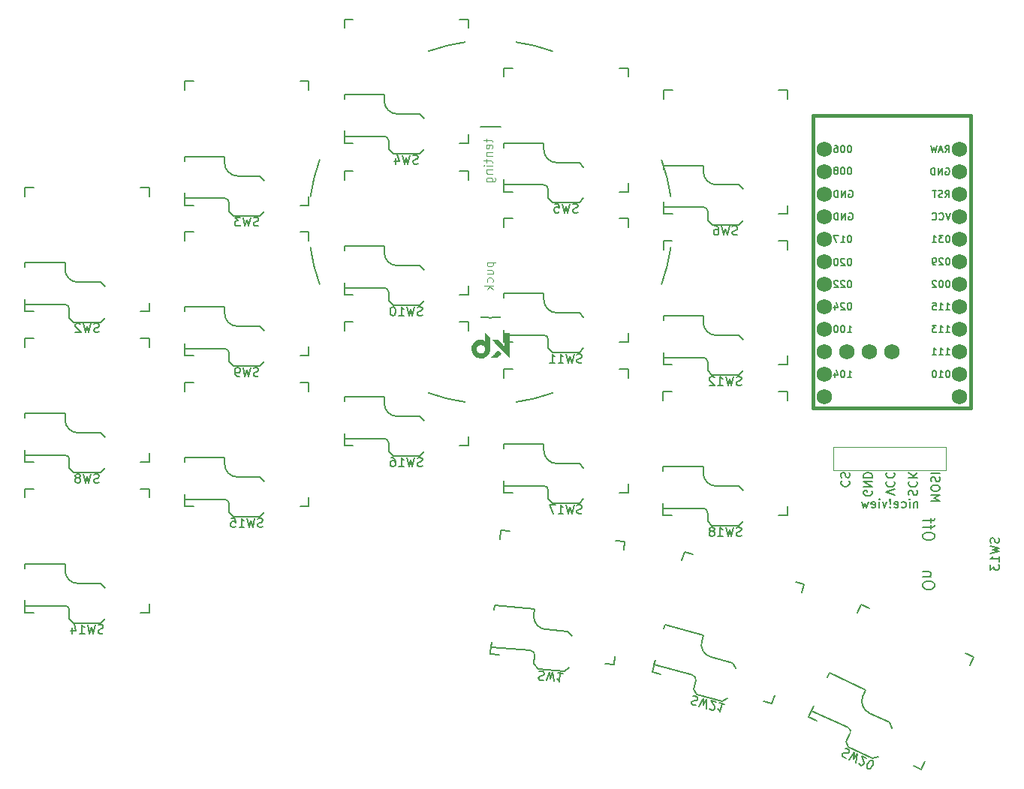
<source format=gbr>
%TF.GenerationSoftware,KiCad,Pcbnew,(6.0.0)*%
%TF.CreationDate,2022-10-21T13:54:34-07:00*%
%TF.ProjectId,half-swept,68616c66-2d73-4776-9570-742e6b696361,rev?*%
%TF.SameCoordinates,Original*%
%TF.FileFunction,Legend,Bot*%
%TF.FilePolarity,Positive*%
%FSLAX46Y46*%
G04 Gerber Fmt 4.6, Leading zero omitted, Abs format (unit mm)*
G04 Created by KiCad (PCBNEW (6.0.0)) date 2022-10-21 13:54:34*
%MOMM*%
%LPD*%
G01*
G04 APERTURE LIST*
%ADD10C,0.150000*%
%ADD11C,0.100000*%
%ADD12C,0.200000*%
%ADD13C,0.010000*%
%ADD14C,0.381000*%
%ADD15C,0.120000*%
%ADD16C,1.752600*%
G04 APERTURE END LIST*
D10*
%TO.C,SW2*%
X23960198Y-50599763D02*
X23817341Y-50647382D01*
X23579245Y-50647382D01*
X23484007Y-50599763D01*
X23436388Y-50552144D01*
X23388769Y-50456906D01*
X23388769Y-50361668D01*
X23436388Y-50266430D01*
X23484007Y-50218811D01*
X23579245Y-50171192D01*
X23769722Y-50123573D01*
X23864960Y-50075954D01*
X23912579Y-50028335D01*
X23960198Y-49933097D01*
X23960198Y-49837859D01*
X23912579Y-49742621D01*
X23864960Y-49695002D01*
X23769722Y-49647382D01*
X23531626Y-49647382D01*
X23388769Y-49695002D01*
X23055436Y-49647382D02*
X22817341Y-50647382D01*
X22626865Y-49933097D01*
X22436388Y-50647382D01*
X22198293Y-49647382D01*
X21864960Y-49742621D02*
X21817341Y-49695002D01*
X21722103Y-49647382D01*
X21484007Y-49647382D01*
X21388769Y-49695002D01*
X21341150Y-49742621D01*
X21293531Y-49837859D01*
X21293531Y-49933097D01*
X21341150Y-50075954D01*
X21912579Y-50647382D01*
X21293531Y-50647382D01*
%TO.C,SW3*%
X41960200Y-38599763D02*
X41817343Y-38647382D01*
X41579247Y-38647382D01*
X41484009Y-38599763D01*
X41436390Y-38552144D01*
X41388771Y-38456906D01*
X41388771Y-38361668D01*
X41436390Y-38266430D01*
X41484009Y-38218811D01*
X41579247Y-38171192D01*
X41769724Y-38123573D01*
X41864962Y-38075954D01*
X41912581Y-38028335D01*
X41960200Y-37933097D01*
X41960200Y-37837859D01*
X41912581Y-37742621D01*
X41864962Y-37695002D01*
X41769724Y-37647382D01*
X41531628Y-37647382D01*
X41388771Y-37695002D01*
X41055438Y-37647382D02*
X40817343Y-38647382D01*
X40626867Y-37933097D01*
X40436390Y-38647382D01*
X40198295Y-37647382D01*
X39912581Y-37647382D02*
X39293533Y-37647382D01*
X39626867Y-38028335D01*
X39484009Y-38028335D01*
X39388771Y-38075954D01*
X39341152Y-38123573D01*
X39293533Y-38218811D01*
X39293533Y-38456906D01*
X39341152Y-38552144D01*
X39388771Y-38599763D01*
X39484009Y-38647382D01*
X39769724Y-38647382D01*
X39864962Y-38599763D01*
X39912581Y-38552144D01*
%TO.C,SW4*%
X59960197Y-31599763D02*
X59817340Y-31647382D01*
X59579244Y-31647382D01*
X59484006Y-31599763D01*
X59436387Y-31552144D01*
X59388768Y-31456906D01*
X59388768Y-31361668D01*
X59436387Y-31266430D01*
X59484006Y-31218811D01*
X59579244Y-31171192D01*
X59769721Y-31123573D01*
X59864959Y-31075954D01*
X59912578Y-31028335D01*
X59960197Y-30933097D01*
X59960197Y-30837859D01*
X59912578Y-30742621D01*
X59864959Y-30695002D01*
X59769721Y-30647382D01*
X59531625Y-30647382D01*
X59388768Y-30695002D01*
X59055435Y-30647382D02*
X58817340Y-31647382D01*
X58626864Y-30933097D01*
X58436387Y-31647382D01*
X58198292Y-30647382D01*
X57388768Y-30980716D02*
X57388768Y-31647382D01*
X57626864Y-30599763D02*
X57864959Y-31314049D01*
X57245911Y-31314049D01*
%TO.C,SW5*%
X77960198Y-37099764D02*
X77817341Y-37147383D01*
X77579245Y-37147383D01*
X77484007Y-37099764D01*
X77436388Y-37052145D01*
X77388769Y-36956907D01*
X77388769Y-36861669D01*
X77436388Y-36766431D01*
X77484007Y-36718812D01*
X77579245Y-36671193D01*
X77769722Y-36623574D01*
X77864960Y-36575955D01*
X77912579Y-36528336D01*
X77960198Y-36433098D01*
X77960198Y-36337860D01*
X77912579Y-36242622D01*
X77864960Y-36195003D01*
X77769722Y-36147383D01*
X77531626Y-36147383D01*
X77388769Y-36195003D01*
X77055436Y-36147383D02*
X76817341Y-37147383D01*
X76626865Y-36433098D01*
X76436388Y-37147383D01*
X76198293Y-36147383D01*
X75341150Y-36147383D02*
X75817341Y-36147383D01*
X75864960Y-36623574D01*
X75817341Y-36575955D01*
X75722103Y-36528336D01*
X75484007Y-36528336D01*
X75388769Y-36575955D01*
X75341150Y-36623574D01*
X75293531Y-36718812D01*
X75293531Y-36956907D01*
X75341150Y-37052145D01*
X75388769Y-37099764D01*
X75484007Y-37147383D01*
X75722103Y-37147383D01*
X75817341Y-37099764D01*
X75864960Y-37052145D01*
%TO.C,SW6*%
X95960196Y-39599763D02*
X95817339Y-39647382D01*
X95579243Y-39647382D01*
X95484005Y-39599763D01*
X95436386Y-39552144D01*
X95388767Y-39456906D01*
X95388767Y-39361668D01*
X95436386Y-39266430D01*
X95484005Y-39218811D01*
X95579243Y-39171192D01*
X95769720Y-39123573D01*
X95864958Y-39075954D01*
X95912577Y-39028335D01*
X95960196Y-38933097D01*
X95960196Y-38837859D01*
X95912577Y-38742621D01*
X95864958Y-38695002D01*
X95769720Y-38647382D01*
X95531624Y-38647382D01*
X95388767Y-38695002D01*
X95055434Y-38647382D02*
X94817339Y-39647382D01*
X94626863Y-38933097D01*
X94436386Y-39647382D01*
X94198291Y-38647382D01*
X93388767Y-38647382D02*
X93579243Y-38647382D01*
X93674482Y-38695002D01*
X93722101Y-38742621D01*
X93817339Y-38885478D01*
X93864958Y-39075954D01*
X93864958Y-39456906D01*
X93817339Y-39552144D01*
X93769720Y-39599763D01*
X93674482Y-39647382D01*
X93484005Y-39647382D01*
X93388767Y-39599763D01*
X93341148Y-39552144D01*
X93293529Y-39456906D01*
X93293529Y-39218811D01*
X93341148Y-39123573D01*
X93388767Y-39075954D01*
X93484005Y-39028335D01*
X93674482Y-39028335D01*
X93769720Y-39075954D01*
X93817339Y-39123573D01*
X93864958Y-39218811D01*
%TO.C,SW8*%
X23960198Y-67599763D02*
X23817341Y-67647382D01*
X23579245Y-67647382D01*
X23484007Y-67599763D01*
X23436388Y-67552144D01*
X23388769Y-67456906D01*
X23388769Y-67361668D01*
X23436388Y-67266430D01*
X23484007Y-67218811D01*
X23579245Y-67171192D01*
X23769722Y-67123573D01*
X23864960Y-67075954D01*
X23912579Y-67028335D01*
X23960198Y-66933097D01*
X23960198Y-66837859D01*
X23912579Y-66742621D01*
X23864960Y-66695002D01*
X23769722Y-66647382D01*
X23531626Y-66647382D01*
X23388769Y-66695002D01*
X23055436Y-66647382D02*
X22817341Y-67647382D01*
X22626865Y-66933097D01*
X22436388Y-67647382D01*
X22198293Y-66647382D01*
X21674484Y-67075954D02*
X21769722Y-67028335D01*
X21817341Y-66980716D01*
X21864960Y-66885478D01*
X21864960Y-66837859D01*
X21817341Y-66742621D01*
X21769722Y-66695002D01*
X21674484Y-66647382D01*
X21484007Y-66647382D01*
X21388769Y-66695002D01*
X21341150Y-66742621D01*
X21293531Y-66837859D01*
X21293531Y-66885478D01*
X21341150Y-66980716D01*
X21388769Y-67028335D01*
X21484007Y-67075954D01*
X21674484Y-67075954D01*
X21769722Y-67123573D01*
X21817341Y-67171192D01*
X21864960Y-67266430D01*
X21864960Y-67456906D01*
X21817341Y-67552144D01*
X21769722Y-67599763D01*
X21674484Y-67647382D01*
X21484007Y-67647382D01*
X21388769Y-67599763D01*
X21341150Y-67552144D01*
X21293531Y-67456906D01*
X21293531Y-67266430D01*
X21341150Y-67171192D01*
X21388769Y-67123573D01*
X21484007Y-67075954D01*
%TO.C,SW9*%
X41960200Y-55573763D02*
X41817343Y-55621382D01*
X41579247Y-55621382D01*
X41484009Y-55573763D01*
X41436390Y-55526144D01*
X41388771Y-55430906D01*
X41388771Y-55335668D01*
X41436390Y-55240430D01*
X41484009Y-55192811D01*
X41579247Y-55145192D01*
X41769724Y-55097573D01*
X41864962Y-55049954D01*
X41912581Y-55002335D01*
X41960200Y-54907097D01*
X41960200Y-54811859D01*
X41912581Y-54716621D01*
X41864962Y-54669002D01*
X41769724Y-54621382D01*
X41531628Y-54621382D01*
X41388771Y-54669002D01*
X41055438Y-54621382D02*
X40817343Y-55621382D01*
X40626867Y-54907097D01*
X40436390Y-55621382D01*
X40198295Y-54621382D01*
X39769724Y-55621382D02*
X39579247Y-55621382D01*
X39484009Y-55573763D01*
X39436390Y-55526144D01*
X39341152Y-55383287D01*
X39293533Y-55192811D01*
X39293533Y-54811859D01*
X39341152Y-54716621D01*
X39388771Y-54669002D01*
X39484009Y-54621382D01*
X39674486Y-54621382D01*
X39769724Y-54669002D01*
X39817343Y-54716621D01*
X39864962Y-54811859D01*
X39864962Y-55049954D01*
X39817343Y-55145192D01*
X39769724Y-55192811D01*
X39674486Y-55240430D01*
X39484009Y-55240430D01*
X39388771Y-55192811D01*
X39341152Y-55145192D01*
X39293533Y-55049954D01*
%TO.C,SW10*%
X60436389Y-48715763D02*
X60293532Y-48763382D01*
X60055437Y-48763382D01*
X59960199Y-48715763D01*
X59912580Y-48668144D01*
X59864961Y-48572906D01*
X59864961Y-48477668D01*
X59912580Y-48382430D01*
X59960199Y-48334811D01*
X60055437Y-48287192D01*
X60245913Y-48239573D01*
X60341151Y-48191954D01*
X60388770Y-48144335D01*
X60436389Y-48049097D01*
X60436389Y-47953859D01*
X60388770Y-47858621D01*
X60341151Y-47811002D01*
X60245913Y-47763382D01*
X60007818Y-47763382D01*
X59864961Y-47811002D01*
X59531627Y-47763382D02*
X59293532Y-48763382D01*
X59103056Y-48049097D01*
X58912580Y-48763382D01*
X58674485Y-47763382D01*
X57769723Y-48763382D02*
X58341151Y-48763382D01*
X58055437Y-48763382D02*
X58055437Y-47763382D01*
X58150675Y-47906240D01*
X58245913Y-48001478D01*
X58341151Y-48049097D01*
X57150675Y-47763382D02*
X57055437Y-47763382D01*
X56960199Y-47811002D01*
X56912580Y-47858621D01*
X56864961Y-47953859D01*
X56817342Y-48144335D01*
X56817342Y-48382430D01*
X56864961Y-48572906D01*
X56912580Y-48668144D01*
X56960199Y-48715763D01*
X57055437Y-48763382D01*
X57150675Y-48763382D01*
X57245913Y-48715763D01*
X57293532Y-48668144D01*
X57341151Y-48572906D01*
X57388770Y-48382430D01*
X57388770Y-48144335D01*
X57341151Y-47953859D01*
X57293532Y-47858621D01*
X57245913Y-47811002D01*
X57150675Y-47763382D01*
%TO.C,SW11*%
X78436390Y-54049766D02*
X78293533Y-54097385D01*
X78055438Y-54097385D01*
X77960200Y-54049766D01*
X77912581Y-54002147D01*
X77864962Y-53906909D01*
X77864962Y-53811671D01*
X77912581Y-53716433D01*
X77960200Y-53668814D01*
X78055438Y-53621195D01*
X78245914Y-53573576D01*
X78341152Y-53525957D01*
X78388771Y-53478338D01*
X78436390Y-53383100D01*
X78436390Y-53287862D01*
X78388771Y-53192624D01*
X78341152Y-53145005D01*
X78245914Y-53097385D01*
X78007819Y-53097385D01*
X77864962Y-53145005D01*
X77531628Y-53097385D02*
X77293533Y-54097385D01*
X77103057Y-53383100D01*
X76912581Y-54097385D01*
X76674486Y-53097385D01*
X75769724Y-54097385D02*
X76341152Y-54097385D01*
X76055438Y-54097385D02*
X76055438Y-53097385D01*
X76150676Y-53240243D01*
X76245914Y-53335481D01*
X76341152Y-53383100D01*
X74817343Y-54097385D02*
X75388771Y-54097385D01*
X75103057Y-54097385D02*
X75103057Y-53097385D01*
X75198295Y-53240243D01*
X75293533Y-53335481D01*
X75388771Y-53383100D01*
%TO.C,SW12*%
X96416388Y-56589763D02*
X96273531Y-56637382D01*
X96035436Y-56637382D01*
X95940198Y-56589763D01*
X95892579Y-56542144D01*
X95844960Y-56446906D01*
X95844960Y-56351668D01*
X95892579Y-56256430D01*
X95940198Y-56208811D01*
X96035436Y-56161192D01*
X96225912Y-56113573D01*
X96321150Y-56065954D01*
X96368769Y-56018335D01*
X96416388Y-55923097D01*
X96416388Y-55827859D01*
X96368769Y-55732621D01*
X96321150Y-55685002D01*
X96225912Y-55637382D01*
X95987817Y-55637382D01*
X95844960Y-55685002D01*
X95511626Y-55637382D02*
X95273531Y-56637382D01*
X95083055Y-55923097D01*
X94892579Y-56637382D01*
X94654484Y-55637382D01*
X93749722Y-56637382D02*
X94321150Y-56637382D01*
X94035436Y-56637382D02*
X94035436Y-55637382D01*
X94130674Y-55780240D01*
X94225912Y-55875478D01*
X94321150Y-55923097D01*
X93368769Y-55732621D02*
X93321150Y-55685002D01*
X93225912Y-55637382D01*
X92987817Y-55637382D01*
X92892579Y-55685002D01*
X92844960Y-55732621D01*
X92797341Y-55827859D01*
X92797341Y-55923097D01*
X92844960Y-56065954D01*
X93416388Y-56637382D01*
X92797341Y-56637382D01*
%TO.C,SW14*%
X24436388Y-84599760D02*
X24293531Y-84647379D01*
X24055436Y-84647379D01*
X23960198Y-84599760D01*
X23912579Y-84552141D01*
X23864960Y-84456903D01*
X23864960Y-84361665D01*
X23912579Y-84266427D01*
X23960198Y-84218808D01*
X24055436Y-84171189D01*
X24245912Y-84123570D01*
X24341150Y-84075951D01*
X24388769Y-84028332D01*
X24436388Y-83933094D01*
X24436388Y-83837856D01*
X24388769Y-83742618D01*
X24341150Y-83694999D01*
X24245912Y-83647379D01*
X24007817Y-83647379D01*
X23864960Y-83694999D01*
X23531626Y-83647379D02*
X23293531Y-84647379D01*
X23103055Y-83933094D01*
X22912579Y-84647379D01*
X22674484Y-83647379D01*
X21769722Y-84647379D02*
X22341150Y-84647379D01*
X22055436Y-84647379D02*
X22055436Y-83647379D01*
X22150674Y-83790237D01*
X22245912Y-83885475D01*
X22341150Y-83933094D01*
X20912579Y-83980713D02*
X20912579Y-84647379D01*
X21150674Y-83599760D02*
X21388769Y-84314046D01*
X20769722Y-84314046D01*
%TO.C,SW15*%
X42436387Y-72591762D02*
X42293530Y-72639381D01*
X42055435Y-72639381D01*
X41960197Y-72591762D01*
X41912578Y-72544143D01*
X41864959Y-72448905D01*
X41864959Y-72353667D01*
X41912578Y-72258429D01*
X41960197Y-72210810D01*
X42055435Y-72163191D01*
X42245911Y-72115572D01*
X42341149Y-72067953D01*
X42388768Y-72020334D01*
X42436387Y-71925096D01*
X42436387Y-71829858D01*
X42388768Y-71734620D01*
X42341149Y-71687001D01*
X42245911Y-71639381D01*
X42007816Y-71639381D01*
X41864959Y-71687001D01*
X41531625Y-71639381D02*
X41293530Y-72639381D01*
X41103054Y-71925096D01*
X40912578Y-72639381D01*
X40674483Y-71639381D01*
X39769721Y-72639381D02*
X40341149Y-72639381D01*
X40055435Y-72639381D02*
X40055435Y-71639381D01*
X40150673Y-71782239D01*
X40245911Y-71877477D01*
X40341149Y-71925096D01*
X38864959Y-71639381D02*
X39341149Y-71639381D01*
X39388768Y-72115572D01*
X39341149Y-72067953D01*
X39245911Y-72020334D01*
X39007816Y-72020334D01*
X38912578Y-72067953D01*
X38864959Y-72115572D01*
X38817340Y-72210810D01*
X38817340Y-72448905D01*
X38864959Y-72544143D01*
X38912578Y-72591762D01*
X39007816Y-72639381D01*
X39245911Y-72639381D01*
X39341149Y-72591762D01*
X39388768Y-72544143D01*
%TO.C,SW16*%
X60436386Y-65733764D02*
X60293529Y-65781383D01*
X60055434Y-65781383D01*
X59960196Y-65733764D01*
X59912577Y-65686145D01*
X59864958Y-65590907D01*
X59864958Y-65495669D01*
X59912577Y-65400431D01*
X59960196Y-65352812D01*
X60055434Y-65305193D01*
X60245910Y-65257574D01*
X60341148Y-65209955D01*
X60388767Y-65162336D01*
X60436386Y-65067098D01*
X60436386Y-64971860D01*
X60388767Y-64876622D01*
X60341148Y-64829003D01*
X60245910Y-64781383D01*
X60007815Y-64781383D01*
X59864958Y-64829003D01*
X59531624Y-64781383D02*
X59293529Y-65781383D01*
X59103053Y-65067098D01*
X58912577Y-65781383D01*
X58674482Y-64781383D01*
X57769720Y-65781383D02*
X58341148Y-65781383D01*
X58055434Y-65781383D02*
X58055434Y-64781383D01*
X58150672Y-64924241D01*
X58245910Y-65019479D01*
X58341148Y-65067098D01*
X56912577Y-64781383D02*
X57103053Y-64781383D01*
X57198291Y-64829003D01*
X57245910Y-64876622D01*
X57341148Y-65019479D01*
X57388767Y-65209955D01*
X57388767Y-65590907D01*
X57341148Y-65686145D01*
X57293529Y-65733764D01*
X57198291Y-65781383D01*
X57007815Y-65781383D01*
X56912577Y-65733764D01*
X56864958Y-65686145D01*
X56817339Y-65590907D01*
X56817339Y-65352812D01*
X56864958Y-65257574D01*
X56912577Y-65209955D01*
X57007815Y-65162336D01*
X57198291Y-65162336D01*
X57293529Y-65209955D01*
X57341148Y-65257574D01*
X57388767Y-65352812D01*
%TO.C,SW17*%
X78436388Y-71067766D02*
X78293531Y-71115385D01*
X78055436Y-71115385D01*
X77960198Y-71067766D01*
X77912579Y-71020147D01*
X77864960Y-70924909D01*
X77864960Y-70829671D01*
X77912579Y-70734433D01*
X77960198Y-70686814D01*
X78055436Y-70639195D01*
X78245912Y-70591576D01*
X78341150Y-70543957D01*
X78388769Y-70496338D01*
X78436388Y-70401100D01*
X78436388Y-70305862D01*
X78388769Y-70210624D01*
X78341150Y-70163005D01*
X78245912Y-70115385D01*
X78007817Y-70115385D01*
X77864960Y-70163005D01*
X77531626Y-70115385D02*
X77293531Y-71115385D01*
X77103055Y-70401100D01*
X76912579Y-71115385D01*
X76674484Y-70115385D01*
X75769722Y-71115385D02*
X76341150Y-71115385D01*
X76055436Y-71115385D02*
X76055436Y-70115385D01*
X76150674Y-70258243D01*
X76245912Y-70353481D01*
X76341150Y-70401100D01*
X75436388Y-70115385D02*
X74769722Y-70115385D01*
X75198293Y-71115385D01*
%TO.C,SW18*%
X96410042Y-73607763D02*
X96267185Y-73655382D01*
X96029090Y-73655382D01*
X95933852Y-73607763D01*
X95886233Y-73560144D01*
X95838614Y-73464906D01*
X95838614Y-73369668D01*
X95886233Y-73274430D01*
X95933852Y-73226811D01*
X96029090Y-73179192D01*
X96219566Y-73131573D01*
X96314804Y-73083954D01*
X96362423Y-73036335D01*
X96410042Y-72941097D01*
X96410042Y-72845859D01*
X96362423Y-72750621D01*
X96314804Y-72703002D01*
X96219566Y-72655382D01*
X95981471Y-72655382D01*
X95838614Y-72703002D01*
X95505280Y-72655382D02*
X95267185Y-73655382D01*
X95076709Y-72941097D01*
X94886233Y-73655382D01*
X94648138Y-72655382D01*
X93743376Y-73655382D02*
X94314804Y-73655382D01*
X94029090Y-73655382D02*
X94029090Y-72655382D01*
X94124328Y-72798240D01*
X94219566Y-72893478D01*
X94314804Y-72941097D01*
X93171947Y-73083954D02*
X93267185Y-73036335D01*
X93314804Y-72988716D01*
X93362423Y-72893478D01*
X93362423Y-72845859D01*
X93314804Y-72750621D01*
X93267185Y-72703002D01*
X93171947Y-72655382D01*
X92981471Y-72655382D01*
X92886233Y-72703002D01*
X92838614Y-72750621D01*
X92790995Y-72845859D01*
X92790995Y-72893478D01*
X92838614Y-72988716D01*
X92886233Y-73036335D01*
X92981471Y-73083954D01*
X93171947Y-73083954D01*
X93267185Y-73131573D01*
X93314804Y-73179192D01*
X93362423Y-73274430D01*
X93362423Y-73464906D01*
X93314804Y-73560144D01*
X93267185Y-73607763D01*
X93171947Y-73655382D01*
X92981471Y-73655382D01*
X92886233Y-73607763D01*
X92838614Y-73560144D01*
X92790995Y-73464906D01*
X92790995Y-73274430D01*
X92838614Y-73179192D01*
X92886233Y-73131573D01*
X92981471Y-73083954D01*
%TO.C,SW20*%
X108100865Y-97630499D02*
X108250462Y-97647715D01*
X108466250Y-97748339D01*
X108532440Y-97831746D01*
X108555473Y-97895028D01*
X108558381Y-98001468D01*
X108518132Y-98087783D01*
X108434725Y-98153973D01*
X108371442Y-98177006D01*
X108265003Y-98179914D01*
X108072248Y-98142573D01*
X107965808Y-98145481D01*
X107902526Y-98168514D01*
X107819119Y-98234704D01*
X107778870Y-98321019D01*
X107781778Y-98427459D01*
X107804811Y-98490741D01*
X107871001Y-98574148D01*
X108086789Y-98674771D01*
X108236386Y-98691988D01*
X108518364Y-98876018D02*
X109156770Y-98070334D01*
X109027530Y-98798195D01*
X109502030Y-98231331D01*
X109295199Y-99238262D01*
X109637551Y-99292820D02*
X109660584Y-99356102D01*
X109726774Y-99439509D01*
X109942562Y-99540132D01*
X110049002Y-99537224D01*
X110112284Y-99514191D01*
X110195691Y-99448001D01*
X110235940Y-99361686D01*
X110253157Y-99212089D01*
X109976763Y-98452703D01*
X110537810Y-98714323D01*
X110676240Y-99882252D02*
X110762555Y-99922501D01*
X110868994Y-99919593D01*
X110932277Y-99896560D01*
X111015683Y-99830370D01*
X111139340Y-99677865D01*
X111239963Y-99462077D01*
X111277304Y-99269322D01*
X111274396Y-99162883D01*
X111251363Y-99099600D01*
X111185173Y-99016194D01*
X111098858Y-98975944D01*
X110992418Y-98978852D01*
X110929136Y-99001885D01*
X110845729Y-99068076D01*
X110722073Y-99220581D01*
X110621449Y-99436368D01*
X110584108Y-99629123D01*
X110587016Y-99735563D01*
X110610049Y-99798845D01*
X110676240Y-99882252D01*
%TO.C,SW21*%
X90982856Y-91732774D02*
X91133170Y-91723752D01*
X91363152Y-91785376D01*
X91442820Y-91856021D01*
X91476492Y-91914343D01*
X91497839Y-92018660D01*
X91473190Y-92110653D01*
X91402544Y-92190321D01*
X91344223Y-92223993D01*
X91239905Y-92245340D01*
X91043595Y-92242038D01*
X90939277Y-92263385D01*
X90880956Y-92297057D01*
X90810310Y-92376725D01*
X90785660Y-92468718D01*
X90807007Y-92573035D01*
X90840679Y-92631357D01*
X90920347Y-92702003D01*
X91150330Y-92763626D01*
X91300644Y-92754604D01*
X91610294Y-92886873D02*
X92099096Y-91982571D01*
X92098211Y-92721817D01*
X92467067Y-92081169D01*
X92438231Y-93108718D01*
X92784856Y-93102998D02*
X92818527Y-93161319D01*
X92898195Y-93231965D01*
X93128178Y-93293589D01*
X93232495Y-93272242D01*
X93290817Y-93238570D01*
X93361463Y-93158902D01*
X93386112Y-93066909D01*
X93377090Y-92916595D01*
X92973029Y-92216741D01*
X93570983Y-92376962D01*
X94490912Y-92623456D02*
X93938954Y-92475560D01*
X94214933Y-92549508D02*
X93956114Y-93515434D01*
X93901095Y-93352795D01*
X93833752Y-93236153D01*
X93754084Y-93165507D01*
D11*
%TO.C,REF\u002A\u002A*%
X67722080Y-42737503D02*
X68722080Y-42737503D01*
X67769699Y-42737503D02*
X67722080Y-42832741D01*
X67722080Y-43023217D01*
X67769699Y-43118455D01*
X67817318Y-43166074D01*
X67912556Y-43213693D01*
X68198270Y-43213693D01*
X68293508Y-43166074D01*
X68341127Y-43118455D01*
X68388746Y-43023217D01*
X68388746Y-42832741D01*
X68341127Y-42737503D01*
X67722080Y-44070836D02*
X68388746Y-44070836D01*
X67722080Y-43642264D02*
X68245889Y-43642264D01*
X68341127Y-43689883D01*
X68388746Y-43785122D01*
X68388746Y-43927979D01*
X68341127Y-44023217D01*
X68293508Y-44070836D01*
X68341127Y-44975598D02*
X68388746Y-44880360D01*
X68388746Y-44689883D01*
X68341127Y-44594645D01*
X68293508Y-44547026D01*
X68198270Y-44499407D01*
X67912556Y-44499407D01*
X67817318Y-44547026D01*
X67769699Y-44594645D01*
X67722080Y-44689883D01*
X67722080Y-44880360D01*
X67769699Y-44975598D01*
X68388746Y-45404169D02*
X67388746Y-45404169D01*
X68007794Y-45499407D02*
X68388746Y-45785122D01*
X67722080Y-45785122D02*
X68103032Y-45404169D01*
X67658580Y-28783503D02*
X67658580Y-29164455D01*
X67325246Y-28926360D02*
X68182389Y-28926360D01*
X68277627Y-28973979D01*
X68325246Y-29069217D01*
X68325246Y-29164455D01*
X68277627Y-29878741D02*
X68325246Y-29783503D01*
X68325246Y-29593026D01*
X68277627Y-29497788D01*
X68182389Y-29450169D01*
X67801437Y-29450169D01*
X67706199Y-29497788D01*
X67658580Y-29593026D01*
X67658580Y-29783503D01*
X67706199Y-29878741D01*
X67801437Y-29926360D01*
X67896675Y-29926360D01*
X67991913Y-29450169D01*
X67658580Y-30354931D02*
X68325246Y-30354931D01*
X67753818Y-30354931D02*
X67706199Y-30402550D01*
X67658580Y-30497788D01*
X67658580Y-30640645D01*
X67706199Y-30735883D01*
X67801437Y-30783503D01*
X68325246Y-30783503D01*
X67658580Y-31116836D02*
X67658580Y-31497788D01*
X67325246Y-31259693D02*
X68182389Y-31259693D01*
X68277627Y-31307312D01*
X68325246Y-31402550D01*
X68325246Y-31497788D01*
X68325246Y-31831122D02*
X67658580Y-31831122D01*
X67325246Y-31831122D02*
X67372866Y-31783503D01*
X67420485Y-31831122D01*
X67372866Y-31878741D01*
X67325246Y-31831122D01*
X67420485Y-31831122D01*
X67658580Y-32307312D02*
X68325246Y-32307312D01*
X67753818Y-32307312D02*
X67706199Y-32354931D01*
X67658580Y-32450169D01*
X67658580Y-32593026D01*
X67706199Y-32688264D01*
X67801437Y-32735883D01*
X68325246Y-32735883D01*
X67658580Y-33640645D02*
X68468104Y-33640645D01*
X68563342Y-33593026D01*
X68610961Y-33545407D01*
X68658580Y-33450169D01*
X68658580Y-33307312D01*
X68610961Y-33212074D01*
X68277627Y-33640645D02*
X68325246Y-33545407D01*
X68325246Y-33354931D01*
X68277627Y-33259693D01*
X68230008Y-33212074D01*
X68134770Y-33164455D01*
X67849056Y-33164455D01*
X67753818Y-33212074D01*
X67706199Y-33259693D01*
X67658580Y-33354931D01*
X67658580Y-33545407D01*
X67706199Y-33640645D01*
D10*
%TO.C,U1*%
X108639674Y-47303656D02*
X108563483Y-47303656D01*
X108487293Y-47341752D01*
X108449197Y-47379847D01*
X108411102Y-47456037D01*
X108373007Y-47608418D01*
X108373007Y-47798894D01*
X108411102Y-47951275D01*
X108449197Y-48027466D01*
X108487293Y-48065561D01*
X108563483Y-48103656D01*
X108639674Y-48103656D01*
X108715864Y-48065561D01*
X108753959Y-48027466D01*
X108792054Y-47951275D01*
X108830150Y-47798894D01*
X108830150Y-47608418D01*
X108792054Y-47456037D01*
X108753959Y-47379847D01*
X108715864Y-47341752D01*
X108639674Y-47303656D01*
X108068245Y-47379847D02*
X108030150Y-47341752D01*
X107953959Y-47303656D01*
X107763483Y-47303656D01*
X107687293Y-47341752D01*
X107649197Y-47379847D01*
X107611102Y-47456037D01*
X107611102Y-47532228D01*
X107649197Y-47646513D01*
X108106340Y-48103656D01*
X107611102Y-48103656D01*
X106925388Y-47570323D02*
X106925388Y-48103656D01*
X107115864Y-47265561D02*
X107306340Y-47836990D01*
X106811102Y-47836990D01*
X108373007Y-55733656D02*
X108830150Y-55733656D01*
X108601578Y-55733656D02*
X108601578Y-54933656D01*
X108677769Y-55047942D01*
X108753959Y-55124132D01*
X108830150Y-55162228D01*
X107877769Y-54933656D02*
X107801578Y-54933656D01*
X107725388Y-54971752D01*
X107687293Y-55009847D01*
X107649197Y-55086037D01*
X107611102Y-55238418D01*
X107611102Y-55428894D01*
X107649197Y-55581275D01*
X107687293Y-55657466D01*
X107725388Y-55695561D01*
X107801578Y-55733656D01*
X107877769Y-55733656D01*
X107953959Y-55695561D01*
X107992054Y-55657466D01*
X108030150Y-55581275D01*
X108068245Y-55428894D01*
X108068245Y-55238418D01*
X108030150Y-55086037D01*
X107992054Y-55009847D01*
X107953959Y-54971752D01*
X107877769Y-54933656D01*
X106925388Y-55200323D02*
X106925388Y-55733656D01*
X107115864Y-54895561D02*
X107306340Y-55466990D01*
X106811102Y-55466990D01*
X108639674Y-42303656D02*
X108563483Y-42303656D01*
X108487293Y-42341752D01*
X108449197Y-42379847D01*
X108411102Y-42456037D01*
X108373007Y-42608418D01*
X108373007Y-42798894D01*
X108411102Y-42951275D01*
X108449197Y-43027466D01*
X108487293Y-43065561D01*
X108563483Y-43103656D01*
X108639674Y-43103656D01*
X108715864Y-43065561D01*
X108753959Y-43027466D01*
X108792054Y-42951275D01*
X108830150Y-42798894D01*
X108830150Y-42608418D01*
X108792054Y-42456037D01*
X108753959Y-42379847D01*
X108715864Y-42341752D01*
X108639674Y-42303656D01*
X108068245Y-42379847D02*
X108030150Y-42341752D01*
X107953959Y-42303656D01*
X107763483Y-42303656D01*
X107687293Y-42341752D01*
X107649197Y-42379847D01*
X107611102Y-42456037D01*
X107611102Y-42532228D01*
X107649197Y-42646513D01*
X108106340Y-43103656D01*
X107611102Y-43103656D01*
X107115864Y-42303656D02*
X107039674Y-42303656D01*
X106963483Y-42341752D01*
X106925388Y-42379847D01*
X106887293Y-42456037D01*
X106849197Y-42608418D01*
X106849197Y-42798894D01*
X106887293Y-42951275D01*
X106925388Y-43027466D01*
X106963483Y-43065561D01*
X107039674Y-43103656D01*
X107115864Y-43103656D01*
X107192054Y-43065561D01*
X107230150Y-43027466D01*
X107268245Y-42951275D01*
X107306340Y-42798894D01*
X107306340Y-42608418D01*
X107268245Y-42456037D01*
X107230150Y-42379847D01*
X107192054Y-42341752D01*
X107115864Y-42303656D01*
X108373007Y-50653656D02*
X108830150Y-50653656D01*
X108601578Y-50653656D02*
X108601578Y-49853656D01*
X108677769Y-49967942D01*
X108753959Y-50044132D01*
X108830150Y-50082228D01*
X107877769Y-49853656D02*
X107801578Y-49853656D01*
X107725388Y-49891752D01*
X107687293Y-49929847D01*
X107649197Y-50006037D01*
X107611102Y-50158418D01*
X107611102Y-50348894D01*
X107649197Y-50501275D01*
X107687293Y-50577466D01*
X107725388Y-50615561D01*
X107801578Y-50653656D01*
X107877769Y-50653656D01*
X107953959Y-50615561D01*
X107992054Y-50577466D01*
X108030150Y-50501275D01*
X108068245Y-50348894D01*
X108068245Y-50158418D01*
X108030150Y-50006037D01*
X107992054Y-49929847D01*
X107953959Y-49891752D01*
X107877769Y-49853656D01*
X107115864Y-49853656D02*
X107039674Y-49853656D01*
X106963483Y-49891752D01*
X106925388Y-49929847D01*
X106887293Y-50006037D01*
X106849197Y-50158418D01*
X106849197Y-50348894D01*
X106887293Y-50501275D01*
X106925388Y-50577466D01*
X106963483Y-50615561D01*
X107039674Y-50653656D01*
X107115864Y-50653656D01*
X107192054Y-50615561D01*
X107230150Y-50577466D01*
X107268245Y-50501275D01*
X107306340Y-50348894D01*
X107306340Y-50158418D01*
X107268245Y-50006037D01*
X107230150Y-49929847D01*
X107192054Y-49891752D01*
X107115864Y-49853656D01*
X119447388Y-50653656D02*
X119904531Y-50653656D01*
X119675959Y-50653656D02*
X119675959Y-49853656D01*
X119752150Y-49967942D01*
X119828340Y-50044132D01*
X119904531Y-50082228D01*
X118685483Y-50653656D02*
X119142626Y-50653656D01*
X118914055Y-50653656D02*
X118914055Y-49853656D01*
X118990245Y-49967942D01*
X119066435Y-50044132D01*
X119142626Y-50082228D01*
X118418816Y-49853656D02*
X117923578Y-49853656D01*
X118190245Y-50158418D01*
X118075959Y-50158418D01*
X117999769Y-50196513D01*
X117961674Y-50234609D01*
X117923578Y-50310799D01*
X117923578Y-50501275D01*
X117961674Y-50577466D01*
X117999769Y-50615561D01*
X118075959Y-50653656D01*
X118304531Y-50653656D01*
X118380721Y-50615561D01*
X118418816Y-50577466D01*
X119447388Y-48113656D02*
X119904531Y-48113656D01*
X119675959Y-48113656D02*
X119675959Y-47313656D01*
X119752150Y-47427942D01*
X119828340Y-47504132D01*
X119904531Y-47542228D01*
X118685483Y-48113656D02*
X119142626Y-48113656D01*
X118914055Y-48113656D02*
X118914055Y-47313656D01*
X118990245Y-47427942D01*
X119066435Y-47504132D01*
X119142626Y-47542228D01*
X117961674Y-47313656D02*
X118342626Y-47313656D01*
X118380721Y-47694609D01*
X118342626Y-47656513D01*
X118266435Y-47618418D01*
X118075959Y-47618418D01*
X117999769Y-47656513D01*
X117961674Y-47694609D01*
X117923578Y-47770799D01*
X117923578Y-47961275D01*
X117961674Y-48037466D01*
X117999769Y-48075561D01*
X118075959Y-48113656D01*
X118266435Y-48113656D01*
X118342626Y-48075561D01*
X118380721Y-48037466D01*
X119980721Y-37153656D02*
X119714055Y-37953656D01*
X119447388Y-37153656D01*
X118723578Y-37877466D02*
X118761674Y-37915561D01*
X118875959Y-37953656D01*
X118952150Y-37953656D01*
X119066435Y-37915561D01*
X119142626Y-37839371D01*
X119180721Y-37763180D01*
X119218816Y-37610799D01*
X119218816Y-37496513D01*
X119180721Y-37344132D01*
X119142626Y-37267942D01*
X119066435Y-37191752D01*
X118952150Y-37153656D01*
X118875959Y-37153656D01*
X118761674Y-37191752D01*
X118723578Y-37229847D01*
X117923578Y-37877466D02*
X117961674Y-37915561D01*
X118075959Y-37953656D01*
X118152150Y-37953656D01*
X118266435Y-37915561D01*
X118342626Y-37839371D01*
X118380721Y-37763180D01*
X118418816Y-37610799D01*
X118418816Y-37496513D01*
X118380721Y-37344132D01*
X118342626Y-37267942D01*
X118266435Y-37191752D01*
X118152150Y-37153656D01*
X118075959Y-37153656D01*
X117961674Y-37191752D01*
X117923578Y-37229847D01*
X119714055Y-39693656D02*
X119637864Y-39693656D01*
X119561674Y-39731752D01*
X119523578Y-39769847D01*
X119485483Y-39846037D01*
X119447388Y-39998418D01*
X119447388Y-40188894D01*
X119485483Y-40341275D01*
X119523578Y-40417466D01*
X119561674Y-40455561D01*
X119637864Y-40493656D01*
X119714055Y-40493656D01*
X119790245Y-40455561D01*
X119828340Y-40417466D01*
X119866435Y-40341275D01*
X119904531Y-40188894D01*
X119904531Y-39998418D01*
X119866435Y-39846037D01*
X119828340Y-39769847D01*
X119790245Y-39731752D01*
X119714055Y-39693656D01*
X119180721Y-39693656D02*
X118685483Y-39693656D01*
X118952150Y-39998418D01*
X118837864Y-39998418D01*
X118761674Y-40036513D01*
X118723578Y-40074609D01*
X118685483Y-40150799D01*
X118685483Y-40341275D01*
X118723578Y-40417466D01*
X118761674Y-40455561D01*
X118837864Y-40493656D01*
X119066435Y-40493656D01*
X119142626Y-40455561D01*
X119180721Y-40417466D01*
X117923578Y-40493656D02*
X118380721Y-40493656D01*
X118152150Y-40493656D02*
X118152150Y-39693656D01*
X118228340Y-39807942D01*
X118304531Y-39884132D01*
X118380721Y-39922228D01*
X119402959Y-30333656D02*
X119669626Y-29952704D01*
X119860102Y-30333656D02*
X119860102Y-29533656D01*
X119555340Y-29533656D01*
X119479150Y-29571752D01*
X119441055Y-29609847D01*
X119402959Y-29686037D01*
X119402959Y-29800323D01*
X119441055Y-29876513D01*
X119479150Y-29914609D01*
X119555340Y-29952704D01*
X119860102Y-29952704D01*
X119098198Y-30105085D02*
X118717245Y-30105085D01*
X119174388Y-30333656D02*
X118907721Y-29533656D01*
X118641055Y-30333656D01*
X118450579Y-29533656D02*
X118260102Y-30333656D01*
X118107721Y-29762228D01*
X117955340Y-30333656D01*
X117764864Y-29533656D01*
X108525387Y-37191752D02*
X108601578Y-37153656D01*
X108715864Y-37153656D01*
X108830149Y-37191752D01*
X108906340Y-37267942D01*
X108944435Y-37344132D01*
X108982530Y-37496513D01*
X108982530Y-37610799D01*
X108944435Y-37763180D01*
X108906340Y-37839371D01*
X108830149Y-37915561D01*
X108715864Y-37953656D01*
X108639673Y-37953656D01*
X108525387Y-37915561D01*
X108487292Y-37877466D01*
X108487292Y-37610799D01*
X108639673Y-37610799D01*
X108144435Y-37953656D02*
X108144435Y-37153656D01*
X107687292Y-37953656D01*
X107687292Y-37153656D01*
X107306340Y-37953656D02*
X107306340Y-37153656D01*
X107115864Y-37153656D01*
X107001578Y-37191752D01*
X106925387Y-37267942D01*
X106887292Y-37344132D01*
X106849197Y-37496513D01*
X106849197Y-37610799D01*
X106887292Y-37763180D01*
X106925387Y-37839371D01*
X107001578Y-37915561D01*
X107115864Y-37953656D01*
X107306340Y-37953656D01*
X108639674Y-39693656D02*
X108563483Y-39693656D01*
X108487293Y-39731752D01*
X108449197Y-39769847D01*
X108411102Y-39846037D01*
X108373007Y-39998418D01*
X108373007Y-40188894D01*
X108411102Y-40341275D01*
X108449197Y-40417466D01*
X108487293Y-40455561D01*
X108563483Y-40493656D01*
X108639674Y-40493656D01*
X108715864Y-40455561D01*
X108753959Y-40417466D01*
X108792054Y-40341275D01*
X108830150Y-40188894D01*
X108830150Y-39998418D01*
X108792054Y-39846037D01*
X108753959Y-39769847D01*
X108715864Y-39731752D01*
X108639674Y-39693656D01*
X107611102Y-40493656D02*
X108068245Y-40493656D01*
X107839674Y-40493656D02*
X107839674Y-39693656D01*
X107915864Y-39807942D01*
X107992054Y-39884132D01*
X108068245Y-39922228D01*
X107344435Y-39693656D02*
X106811102Y-39693656D01*
X107153959Y-40493656D01*
X119714055Y-54933656D02*
X119637864Y-54933656D01*
X119561674Y-54971752D01*
X119523578Y-55009847D01*
X119485483Y-55086037D01*
X119447388Y-55238418D01*
X119447388Y-55428894D01*
X119485483Y-55581275D01*
X119523578Y-55657466D01*
X119561674Y-55695561D01*
X119637864Y-55733656D01*
X119714055Y-55733656D01*
X119790245Y-55695561D01*
X119828340Y-55657466D01*
X119866435Y-55581275D01*
X119904531Y-55428894D01*
X119904531Y-55238418D01*
X119866435Y-55086037D01*
X119828340Y-55009847D01*
X119790245Y-54971752D01*
X119714055Y-54933656D01*
X118685483Y-55733656D02*
X119142626Y-55733656D01*
X118914055Y-55733656D02*
X118914055Y-54933656D01*
X118990245Y-55047942D01*
X119066435Y-55124132D01*
X119142626Y-55162228D01*
X118190245Y-54933656D02*
X118114055Y-54933656D01*
X118037864Y-54971752D01*
X117999769Y-55009847D01*
X117961674Y-55086037D01*
X117923578Y-55238418D01*
X117923578Y-55428894D01*
X117961674Y-55581275D01*
X117999769Y-55657466D01*
X118037864Y-55695561D01*
X118114055Y-55733656D01*
X118190245Y-55733656D01*
X118266435Y-55695561D01*
X118304531Y-55657466D01*
X118342626Y-55581275D01*
X118380721Y-55428894D01*
X118380721Y-55238418D01*
X118342626Y-55086037D01*
X118304531Y-55009847D01*
X118266435Y-54971752D01*
X118190245Y-54933656D01*
X108639674Y-29533656D02*
X108563483Y-29533656D01*
X108487293Y-29571752D01*
X108449197Y-29609847D01*
X108411102Y-29686037D01*
X108373007Y-29838418D01*
X108373007Y-30028894D01*
X108411102Y-30181275D01*
X108449197Y-30257466D01*
X108487293Y-30295561D01*
X108563483Y-30333656D01*
X108639674Y-30333656D01*
X108715864Y-30295561D01*
X108753959Y-30257466D01*
X108792054Y-30181275D01*
X108830150Y-30028894D01*
X108830150Y-29838418D01*
X108792054Y-29686037D01*
X108753959Y-29609847D01*
X108715864Y-29571752D01*
X108639674Y-29533656D01*
X107877769Y-29533656D02*
X107801578Y-29533656D01*
X107725388Y-29571752D01*
X107687293Y-29609847D01*
X107649197Y-29686037D01*
X107611102Y-29838418D01*
X107611102Y-30028894D01*
X107649197Y-30181275D01*
X107687293Y-30257466D01*
X107725388Y-30295561D01*
X107801578Y-30333656D01*
X107877769Y-30333656D01*
X107953959Y-30295561D01*
X107992054Y-30257466D01*
X108030150Y-30181275D01*
X108068245Y-30028894D01*
X108068245Y-29838418D01*
X108030150Y-29686037D01*
X107992054Y-29609847D01*
X107953959Y-29571752D01*
X107877769Y-29533656D01*
X106925388Y-29533656D02*
X107077769Y-29533656D01*
X107153959Y-29571752D01*
X107192054Y-29609847D01*
X107268245Y-29724132D01*
X107306340Y-29876513D01*
X107306340Y-30181275D01*
X107268245Y-30257466D01*
X107230150Y-30295561D01*
X107153959Y-30333656D01*
X107001578Y-30333656D01*
X106925388Y-30295561D01*
X106887293Y-30257466D01*
X106849197Y-30181275D01*
X106849197Y-29990799D01*
X106887293Y-29914609D01*
X106925388Y-29876513D01*
X107001578Y-29838418D01*
X107153959Y-29838418D01*
X107230150Y-29876513D01*
X107268245Y-29914609D01*
X107306340Y-29990799D01*
X119714055Y-42233656D02*
X119637864Y-42233656D01*
X119561674Y-42271752D01*
X119523578Y-42309847D01*
X119485483Y-42386037D01*
X119447388Y-42538418D01*
X119447388Y-42728894D01*
X119485483Y-42881275D01*
X119523578Y-42957466D01*
X119561674Y-42995561D01*
X119637864Y-43033656D01*
X119714055Y-43033656D01*
X119790245Y-42995561D01*
X119828340Y-42957466D01*
X119866435Y-42881275D01*
X119904531Y-42728894D01*
X119904531Y-42538418D01*
X119866435Y-42386037D01*
X119828340Y-42309847D01*
X119790245Y-42271752D01*
X119714055Y-42233656D01*
X119142626Y-42309847D02*
X119104531Y-42271752D01*
X119028340Y-42233656D01*
X118837864Y-42233656D01*
X118761674Y-42271752D01*
X118723578Y-42309847D01*
X118685483Y-42386037D01*
X118685483Y-42462228D01*
X118723578Y-42576513D01*
X119180721Y-43033656D01*
X118685483Y-43033656D01*
X118304531Y-43033656D02*
X118152150Y-43033656D01*
X118075959Y-42995561D01*
X118037864Y-42957466D01*
X117961674Y-42843180D01*
X117923578Y-42690799D01*
X117923578Y-42386037D01*
X117961674Y-42309847D01*
X117999769Y-42271752D01*
X118075959Y-42233656D01*
X118228340Y-42233656D01*
X118304531Y-42271752D01*
X118342626Y-42309847D01*
X118380721Y-42386037D01*
X118380721Y-42576513D01*
X118342626Y-42652704D01*
X118304531Y-42690799D01*
X118228340Y-42728894D01*
X118075959Y-42728894D01*
X117999769Y-42690799D01*
X117961674Y-42652704D01*
X117923578Y-42576513D01*
X119714055Y-44773656D02*
X119637864Y-44773656D01*
X119561674Y-44811752D01*
X119523578Y-44849847D01*
X119485483Y-44926037D01*
X119447388Y-45078418D01*
X119447388Y-45268894D01*
X119485483Y-45421275D01*
X119523578Y-45497466D01*
X119561674Y-45535561D01*
X119637864Y-45573656D01*
X119714055Y-45573656D01*
X119790245Y-45535561D01*
X119828340Y-45497466D01*
X119866435Y-45421275D01*
X119904531Y-45268894D01*
X119904531Y-45078418D01*
X119866435Y-44926037D01*
X119828340Y-44849847D01*
X119790245Y-44811752D01*
X119714055Y-44773656D01*
X118952150Y-44773656D02*
X118875959Y-44773656D01*
X118799769Y-44811752D01*
X118761674Y-44849847D01*
X118723578Y-44926037D01*
X118685483Y-45078418D01*
X118685483Y-45268894D01*
X118723578Y-45421275D01*
X118761674Y-45497466D01*
X118799769Y-45535561D01*
X118875959Y-45573656D01*
X118952150Y-45573656D01*
X119028340Y-45535561D01*
X119066435Y-45497466D01*
X119104531Y-45421275D01*
X119142626Y-45268894D01*
X119142626Y-45078418D01*
X119104531Y-44926037D01*
X119066435Y-44849847D01*
X119028340Y-44811752D01*
X118952150Y-44773656D01*
X118380721Y-44849847D02*
X118342626Y-44811752D01*
X118266435Y-44773656D01*
X118075959Y-44773656D01*
X117999769Y-44811752D01*
X117961674Y-44849847D01*
X117923578Y-44926037D01*
X117923578Y-45002228D01*
X117961674Y-45116513D01*
X118418816Y-45573656D01*
X117923578Y-45573656D01*
X119441054Y-32111752D02*
X119517245Y-32073656D01*
X119631531Y-32073656D01*
X119745816Y-32111752D01*
X119822007Y-32187942D01*
X119860102Y-32264132D01*
X119898197Y-32416513D01*
X119898197Y-32530799D01*
X119860102Y-32683180D01*
X119822007Y-32759371D01*
X119745816Y-32835561D01*
X119631531Y-32873656D01*
X119555340Y-32873656D01*
X119441054Y-32835561D01*
X119402959Y-32797466D01*
X119402959Y-32530799D01*
X119555340Y-32530799D01*
X119060102Y-32873656D02*
X119060102Y-32073656D01*
X118602959Y-32873656D01*
X118602959Y-32073656D01*
X118222007Y-32873656D02*
X118222007Y-32073656D01*
X118031531Y-32073656D01*
X117917245Y-32111752D01*
X117841054Y-32187942D01*
X117802959Y-32264132D01*
X117764864Y-32416513D01*
X117764864Y-32530799D01*
X117802959Y-32683180D01*
X117841054Y-32759371D01*
X117917245Y-32835561D01*
X118031531Y-32873656D01*
X118222007Y-32873656D01*
X108639674Y-32003656D02*
X108563483Y-32003656D01*
X108487293Y-32041752D01*
X108449197Y-32079847D01*
X108411102Y-32156037D01*
X108373007Y-32308418D01*
X108373007Y-32498894D01*
X108411102Y-32651275D01*
X108449197Y-32727466D01*
X108487293Y-32765561D01*
X108563483Y-32803656D01*
X108639674Y-32803656D01*
X108715864Y-32765561D01*
X108753959Y-32727466D01*
X108792054Y-32651275D01*
X108830150Y-32498894D01*
X108830150Y-32308418D01*
X108792054Y-32156037D01*
X108753959Y-32079847D01*
X108715864Y-32041752D01*
X108639674Y-32003656D01*
X107877769Y-32003656D02*
X107801578Y-32003656D01*
X107725388Y-32041752D01*
X107687293Y-32079847D01*
X107649197Y-32156037D01*
X107611102Y-32308418D01*
X107611102Y-32498894D01*
X107649197Y-32651275D01*
X107687293Y-32727466D01*
X107725388Y-32765561D01*
X107801578Y-32803656D01*
X107877769Y-32803656D01*
X107953959Y-32765561D01*
X107992054Y-32727466D01*
X108030150Y-32651275D01*
X108068245Y-32498894D01*
X108068245Y-32308418D01*
X108030150Y-32156037D01*
X107992054Y-32079847D01*
X107953959Y-32041752D01*
X107877769Y-32003656D01*
X107153959Y-32346513D02*
X107230150Y-32308418D01*
X107268245Y-32270323D01*
X107306340Y-32194132D01*
X107306340Y-32156037D01*
X107268245Y-32079847D01*
X107230150Y-32041752D01*
X107153959Y-32003656D01*
X107001578Y-32003656D01*
X106925388Y-32041752D01*
X106887293Y-32079847D01*
X106849197Y-32156037D01*
X106849197Y-32194132D01*
X106887293Y-32270323D01*
X106925388Y-32308418D01*
X107001578Y-32346513D01*
X107153959Y-32346513D01*
X107230150Y-32384609D01*
X107268245Y-32422704D01*
X107306340Y-32498894D01*
X107306340Y-32651275D01*
X107268245Y-32727466D01*
X107230150Y-32765561D01*
X107153959Y-32803656D01*
X107001578Y-32803656D01*
X106925388Y-32765561D01*
X106887293Y-32727466D01*
X106849197Y-32651275D01*
X106849197Y-32498894D01*
X106887293Y-32422704D01*
X106925388Y-32384609D01*
X107001578Y-32346513D01*
X108525387Y-34651752D02*
X108601578Y-34613656D01*
X108715864Y-34613656D01*
X108830149Y-34651752D01*
X108906340Y-34727942D01*
X108944435Y-34804132D01*
X108982530Y-34956513D01*
X108982530Y-35070799D01*
X108944435Y-35223180D01*
X108906340Y-35299371D01*
X108830149Y-35375561D01*
X108715864Y-35413656D01*
X108639673Y-35413656D01*
X108525387Y-35375561D01*
X108487292Y-35337466D01*
X108487292Y-35070799D01*
X108639673Y-35070799D01*
X108144435Y-35413656D02*
X108144435Y-34613656D01*
X107687292Y-35413656D01*
X107687292Y-34613656D01*
X107306340Y-35413656D02*
X107306340Y-34613656D01*
X107115864Y-34613656D01*
X107001578Y-34651752D01*
X106925387Y-34727942D01*
X106887292Y-34804132D01*
X106849197Y-34956513D01*
X106849197Y-35070799D01*
X106887292Y-35223180D01*
X106925387Y-35299371D01*
X107001578Y-35375561D01*
X107115864Y-35413656D01*
X107306340Y-35413656D01*
X119402959Y-35413656D02*
X119669625Y-35032704D01*
X119860102Y-35413656D02*
X119860102Y-34613656D01*
X119555340Y-34613656D01*
X119479149Y-34651752D01*
X119441054Y-34689847D01*
X119402959Y-34766037D01*
X119402959Y-34880323D01*
X119441054Y-34956513D01*
X119479149Y-34994609D01*
X119555340Y-35032704D01*
X119860102Y-35032704D01*
X119098197Y-35375561D02*
X118983911Y-35413656D01*
X118793435Y-35413656D01*
X118717244Y-35375561D01*
X118679149Y-35337466D01*
X118641054Y-35261275D01*
X118641054Y-35185085D01*
X118679149Y-35108894D01*
X118717244Y-35070799D01*
X118793435Y-35032704D01*
X118945816Y-34994609D01*
X119022006Y-34956513D01*
X119060102Y-34918418D01*
X119098197Y-34842228D01*
X119098197Y-34766037D01*
X119060102Y-34689847D01*
X119022006Y-34651752D01*
X118945816Y-34613656D01*
X118755340Y-34613656D01*
X118641054Y-34651752D01*
X118412483Y-34613656D02*
X117955340Y-34613656D01*
X118183911Y-35413656D02*
X118183911Y-34613656D01*
X108639674Y-44803656D02*
X108563483Y-44803656D01*
X108487293Y-44841752D01*
X108449197Y-44879847D01*
X108411102Y-44956037D01*
X108373007Y-45108418D01*
X108373007Y-45298894D01*
X108411102Y-45451275D01*
X108449197Y-45527466D01*
X108487293Y-45565561D01*
X108563483Y-45603656D01*
X108639674Y-45603656D01*
X108715864Y-45565561D01*
X108753959Y-45527466D01*
X108792054Y-45451275D01*
X108830150Y-45298894D01*
X108830150Y-45108418D01*
X108792054Y-44956037D01*
X108753959Y-44879847D01*
X108715864Y-44841752D01*
X108639674Y-44803656D01*
X108068245Y-44879847D02*
X108030150Y-44841752D01*
X107953959Y-44803656D01*
X107763483Y-44803656D01*
X107687293Y-44841752D01*
X107649197Y-44879847D01*
X107611102Y-44956037D01*
X107611102Y-45032228D01*
X107649197Y-45146513D01*
X108106340Y-45603656D01*
X107611102Y-45603656D01*
X107306340Y-44879847D02*
X107268245Y-44841752D01*
X107192054Y-44803656D01*
X107001578Y-44803656D01*
X106925388Y-44841752D01*
X106887293Y-44879847D01*
X106849197Y-44956037D01*
X106849197Y-45032228D01*
X106887293Y-45146513D01*
X107344435Y-45603656D01*
X106849197Y-45603656D01*
X119447388Y-53193656D02*
X119904531Y-53193656D01*
X119675959Y-53193656D02*
X119675959Y-52393656D01*
X119752150Y-52507942D01*
X119828340Y-52584132D01*
X119904531Y-52622228D01*
X118685483Y-53193656D02*
X119142626Y-53193656D01*
X118914055Y-53193656D02*
X118914055Y-52393656D01*
X118990245Y-52507942D01*
X119066435Y-52584132D01*
X119142626Y-52622228D01*
X117923578Y-53193656D02*
X118380721Y-53193656D01*
X118152150Y-53193656D02*
X118152150Y-52393656D01*
X118228340Y-52507942D01*
X118304531Y-52584132D01*
X118380721Y-52622228D01*
%TO.C,SW1*%
X73609066Y-88941741D02*
X73755530Y-88906754D01*
X73992719Y-88927506D01*
X74083445Y-88983244D01*
X74126732Y-89034832D01*
X74165870Y-89133858D01*
X74157569Y-89228734D01*
X74101831Y-89319459D01*
X74050242Y-89362747D01*
X73951217Y-89401884D01*
X73757315Y-89432721D01*
X73658289Y-89471858D01*
X73606701Y-89515146D01*
X73550962Y-89605871D01*
X73542662Y-89700747D01*
X73581799Y-89799773D01*
X73625087Y-89851361D01*
X73715812Y-89907099D01*
X73953001Y-89927850D01*
X74099465Y-89892863D01*
X74427380Y-89969353D02*
X74751725Y-88993910D01*
X74879222Y-89722079D01*
X75131227Y-89027112D01*
X75281261Y-90044058D01*
X76269736Y-89126719D02*
X75700482Y-89076915D01*
X75985109Y-89101817D02*
X75897953Y-90098012D01*
X75815528Y-89947398D01*
X75728953Y-89844221D01*
X75638227Y-89788483D01*
%TO.C,Display2*%
X116292113Y-69778007D02*
X116292113Y-70444673D01*
X116292113Y-69873245D02*
X116244494Y-69825626D01*
X116149256Y-69778007D01*
X116006399Y-69778007D01*
X115911161Y-69825626D01*
X115863542Y-69920864D01*
X115863542Y-70444673D01*
X115387351Y-70444673D02*
X115387351Y-69778007D01*
X115387351Y-69444673D02*
X115434970Y-69492293D01*
X115387351Y-69539912D01*
X115339732Y-69492293D01*
X115387351Y-69444673D01*
X115387351Y-69539912D01*
X114482589Y-70397054D02*
X114577827Y-70444673D01*
X114768304Y-70444673D01*
X114863542Y-70397054D01*
X114911161Y-70349435D01*
X114958780Y-70254197D01*
X114958780Y-69968483D01*
X114911161Y-69873245D01*
X114863542Y-69825626D01*
X114768304Y-69778007D01*
X114577827Y-69778007D01*
X114482589Y-69825626D01*
X113673066Y-70397054D02*
X113768304Y-70444673D01*
X113958780Y-70444673D01*
X114054018Y-70397054D01*
X114101637Y-70301816D01*
X114101637Y-69920864D01*
X114054018Y-69825626D01*
X113958780Y-69778007D01*
X113768304Y-69778007D01*
X113673066Y-69825626D01*
X113625446Y-69920864D01*
X113625446Y-70016102D01*
X114101637Y-70111340D01*
X113196875Y-70349435D02*
X113149256Y-70397054D01*
X113196875Y-70444673D01*
X113244494Y-70397054D01*
X113196875Y-70349435D01*
X113196875Y-70444673D01*
X113196875Y-70063721D02*
X113244494Y-69492293D01*
X113196875Y-69444673D01*
X113149256Y-69492293D01*
X113196875Y-70063721D01*
X113196875Y-69444673D01*
X112815923Y-69778007D02*
X112577827Y-70444673D01*
X112339732Y-69778007D01*
X111958780Y-70444673D02*
X111958780Y-69778007D01*
X111958780Y-69444673D02*
X112006399Y-69492293D01*
X111958780Y-69539912D01*
X111911161Y-69492293D01*
X111958780Y-69444673D01*
X111958780Y-69539912D01*
X111101637Y-70397054D02*
X111196875Y-70444673D01*
X111387351Y-70444673D01*
X111482589Y-70397054D01*
X111530208Y-70301816D01*
X111530208Y-69920864D01*
X111482589Y-69825626D01*
X111387351Y-69778007D01*
X111196875Y-69778007D01*
X111101637Y-69825626D01*
X111054018Y-69920864D01*
X111054018Y-70016102D01*
X111530208Y-70111340D01*
X110720685Y-69778007D02*
X110530208Y-70444673D01*
X110339732Y-69968483D01*
X110149256Y-70444673D01*
X109958780Y-69778007D01*
X113720685Y-69041697D02*
X112720685Y-68708364D01*
X113720685Y-68375031D01*
X112815923Y-67470269D02*
X112768304Y-67517888D01*
X112720685Y-67660745D01*
X112720685Y-67755983D01*
X112768304Y-67898840D01*
X112863542Y-67994078D01*
X112958780Y-68041697D01*
X113149256Y-68089316D01*
X113292113Y-68089316D01*
X113482589Y-68041697D01*
X113577827Y-67994078D01*
X113673066Y-67898840D01*
X113720685Y-67755983D01*
X113720685Y-67660745D01*
X113673066Y-67517888D01*
X113625446Y-67470269D01*
X112815923Y-66470269D02*
X112768304Y-66517888D01*
X112720685Y-66660745D01*
X112720685Y-66755983D01*
X112768304Y-66898840D01*
X112863542Y-66994078D01*
X112958780Y-67041697D01*
X113149256Y-67089316D01*
X113292113Y-67089316D01*
X113482589Y-67041697D01*
X113577827Y-66994078D01*
X113673066Y-66898840D01*
X113720685Y-66755983D01*
X113720685Y-66660745D01*
X113673066Y-66517888D01*
X113625446Y-66470269D01*
X111133066Y-68565507D02*
X111180685Y-68660745D01*
X111180685Y-68803602D01*
X111133066Y-68946459D01*
X111037827Y-69041697D01*
X110942589Y-69089316D01*
X110752113Y-69136935D01*
X110609256Y-69136935D01*
X110418780Y-69089316D01*
X110323542Y-69041697D01*
X110228304Y-68946459D01*
X110180685Y-68803602D01*
X110180685Y-68708364D01*
X110228304Y-68565507D01*
X110275923Y-68517888D01*
X110609256Y-68517888D01*
X110609256Y-68708364D01*
X110180685Y-68089316D02*
X111180685Y-68089316D01*
X110180685Y-67517888D01*
X111180685Y-67517888D01*
X110180685Y-67041697D02*
X111180685Y-67041697D01*
X111180685Y-66803602D01*
X111133066Y-66660745D01*
X111037827Y-66565507D01*
X110942589Y-66517888D01*
X110752113Y-66470269D01*
X110609256Y-66470269D01*
X110418780Y-66517888D01*
X110323542Y-66565507D01*
X110228304Y-66660745D01*
X110180685Y-66803602D01*
X110180685Y-67041697D01*
X117800685Y-69660745D02*
X118800685Y-69660745D01*
X118086399Y-69327412D01*
X118800685Y-68994078D01*
X117800685Y-68994078D01*
X118800685Y-68327412D02*
X118800685Y-68136935D01*
X118753066Y-68041697D01*
X118657827Y-67946459D01*
X118467351Y-67898840D01*
X118134018Y-67898840D01*
X117943542Y-67946459D01*
X117848304Y-68041697D01*
X117800685Y-68136935D01*
X117800685Y-68327412D01*
X117848304Y-68422650D01*
X117943542Y-68517888D01*
X118134018Y-68565507D01*
X118467351Y-68565507D01*
X118657827Y-68517888D01*
X118753066Y-68422650D01*
X118800685Y-68327412D01*
X117848304Y-67517888D02*
X117800685Y-67375031D01*
X117800685Y-67136935D01*
X117848304Y-67041697D01*
X117895923Y-66994078D01*
X117991161Y-66946459D01*
X118086399Y-66946459D01*
X118181637Y-66994078D01*
X118229256Y-67041697D01*
X118276875Y-67136935D01*
X118324494Y-67327412D01*
X118372113Y-67422650D01*
X118419732Y-67470269D01*
X118514970Y-67517888D01*
X118610208Y-67517888D01*
X118705446Y-67470269D01*
X118753066Y-67422650D01*
X118800685Y-67327412D01*
X118800685Y-67089316D01*
X118753066Y-66946459D01*
X117800685Y-66517888D02*
X118800685Y-66517888D01*
X107735923Y-67422650D02*
X107688304Y-67470269D01*
X107640685Y-67613126D01*
X107640685Y-67708364D01*
X107688304Y-67851221D01*
X107783542Y-67946459D01*
X107878780Y-67994078D01*
X108069256Y-68041697D01*
X108212113Y-68041697D01*
X108402589Y-67994078D01*
X108497827Y-67946459D01*
X108593066Y-67851221D01*
X108640685Y-67708364D01*
X108640685Y-67613126D01*
X108593066Y-67470269D01*
X108545446Y-67422650D01*
X107688304Y-67041697D02*
X107640685Y-66898840D01*
X107640685Y-66660745D01*
X107688304Y-66565507D01*
X107735923Y-66517888D01*
X107831161Y-66470269D01*
X107926399Y-66470269D01*
X108021637Y-66517888D01*
X108069256Y-66565507D01*
X108116875Y-66660745D01*
X108164494Y-66851221D01*
X108212113Y-66946459D01*
X108259732Y-66994078D01*
X108354970Y-67041697D01*
X108450208Y-67041697D01*
X108545446Y-66994078D01*
X108593066Y-66946459D01*
X108640685Y-66851221D01*
X108640685Y-66613126D01*
X108593066Y-66470269D01*
X115308304Y-69041697D02*
X115260685Y-68898840D01*
X115260685Y-68660745D01*
X115308304Y-68565507D01*
X115355923Y-68517888D01*
X115451161Y-68470269D01*
X115546399Y-68470269D01*
X115641637Y-68517888D01*
X115689256Y-68565507D01*
X115736875Y-68660745D01*
X115784494Y-68851221D01*
X115832113Y-68946459D01*
X115879732Y-68994078D01*
X115974970Y-69041697D01*
X116070208Y-69041697D01*
X116165446Y-68994078D01*
X116213066Y-68946459D01*
X116260685Y-68851221D01*
X116260685Y-68613126D01*
X116213066Y-68470269D01*
X115355923Y-67470269D02*
X115308304Y-67517888D01*
X115260685Y-67660745D01*
X115260685Y-67755983D01*
X115308304Y-67898840D01*
X115403542Y-67994078D01*
X115498780Y-68041697D01*
X115689256Y-68089316D01*
X115832113Y-68089316D01*
X116022589Y-68041697D01*
X116117827Y-67994078D01*
X116213066Y-67898840D01*
X116260685Y-67755983D01*
X116260685Y-67660745D01*
X116213066Y-67517888D01*
X116165446Y-67470269D01*
X115260685Y-67041697D02*
X116260685Y-67041697D01*
X115260685Y-66470269D02*
X115832113Y-66898840D01*
X116260685Y-66470269D02*
X115689256Y-67041697D01*
%TO.C,SW13*%
X125437827Y-73862768D02*
X125485446Y-74005625D01*
X125485446Y-74243720D01*
X125437827Y-74338958D01*
X125390208Y-74386577D01*
X125294970Y-74434196D01*
X125199732Y-74434196D01*
X125104494Y-74386577D01*
X125056875Y-74338958D01*
X125009256Y-74243720D01*
X124961637Y-74053244D01*
X124914018Y-73958006D01*
X124866399Y-73910387D01*
X124771161Y-73862768D01*
X124675923Y-73862768D01*
X124580685Y-73910387D01*
X124533066Y-73958006D01*
X124485446Y-74053244D01*
X124485446Y-74291339D01*
X124533066Y-74434196D01*
X124485446Y-74767530D02*
X125485446Y-75005625D01*
X124771161Y-75196101D01*
X125485446Y-75386577D01*
X124485446Y-75624672D01*
X125485446Y-76529434D02*
X125485446Y-75958006D01*
X125485446Y-76243720D02*
X124485446Y-76243720D01*
X124628304Y-76148482D01*
X124723542Y-76053244D01*
X124771161Y-75958006D01*
X124485446Y-76862768D02*
X124485446Y-77481815D01*
X124866399Y-77148482D01*
X124866399Y-77291339D01*
X124914018Y-77386577D01*
X124961637Y-77434196D01*
X125056875Y-77481815D01*
X125294970Y-77481815D01*
X125390208Y-77434196D01*
X125437827Y-77386577D01*
X125485446Y-77291339D01*
X125485446Y-77005625D01*
X125437827Y-76910387D01*
X125390208Y-76862768D01*
D12*
X118184970Y-79334196D02*
X118184970Y-79086577D01*
X118123066Y-78962768D01*
X117999256Y-78838958D01*
X117751637Y-78777053D01*
X117318304Y-78777053D01*
X117070685Y-78838958D01*
X116946875Y-78962768D01*
X116884970Y-79086577D01*
X116884970Y-79334196D01*
X116946875Y-79458006D01*
X117070685Y-79581815D01*
X117318304Y-79643720D01*
X117751637Y-79643720D01*
X117999256Y-79581815D01*
X118123066Y-79458006D01*
X118184970Y-79334196D01*
X117751637Y-78219911D02*
X116884970Y-78219911D01*
X117627827Y-78219911D02*
X117689732Y-78158006D01*
X117751637Y-78034196D01*
X117751637Y-77848482D01*
X117689732Y-77724672D01*
X117565923Y-77662768D01*
X116884970Y-77662768D01*
X118184970Y-73788958D02*
X118184970Y-73541339D01*
X118123066Y-73417530D01*
X117999256Y-73293720D01*
X117751637Y-73231815D01*
X117318304Y-73231815D01*
X117070685Y-73293720D01*
X116946875Y-73417530D01*
X116884970Y-73541339D01*
X116884970Y-73788958D01*
X116946875Y-73912768D01*
X117070685Y-74036577D01*
X117318304Y-74098482D01*
X117751637Y-74098482D01*
X117999256Y-74036577D01*
X118123066Y-73912768D01*
X118184970Y-73788958D01*
X117751637Y-72860387D02*
X117751637Y-72365149D01*
X116884970Y-72674672D02*
X117999256Y-72674672D01*
X118123066Y-72612768D01*
X118184970Y-72488958D01*
X118184970Y-72365149D01*
X117751637Y-72117530D02*
X117751637Y-71622292D01*
X116884970Y-71931815D02*
X117999256Y-71931815D01*
X118123066Y-71869911D01*
X118184970Y-71746101D01*
X118184970Y-71622292D01*
D10*
%TO.C,SW2*%
X24626865Y-49005002D02*
X24126865Y-49505002D01*
X24626865Y-45505002D02*
X24126865Y-45005002D01*
X29626865Y-34305002D02*
X29626865Y-35305002D01*
X29626865Y-47305002D02*
X29626865Y-48305002D01*
X20126865Y-43505002D02*
X20126865Y-42805002D01*
X20126865Y-42805002D02*
X15626865Y-42805002D01*
X15626865Y-47505002D02*
X20126865Y-47505002D01*
X24126865Y-49505002D02*
X21126865Y-49505002D01*
X15626865Y-35305002D02*
X15626865Y-34305002D01*
X15626865Y-42805002D02*
X15626865Y-43305002D01*
X16626865Y-48305002D02*
X15626865Y-48305002D01*
X21126865Y-49505002D02*
X20626865Y-49005002D01*
X24126865Y-45005002D02*
X21626865Y-45005002D01*
X15626865Y-48305002D02*
X15626865Y-47305002D01*
X28626865Y-34305002D02*
X29626865Y-34305002D01*
X29626865Y-48305002D02*
X28626865Y-48305002D01*
X15626865Y-34305002D02*
X16626865Y-34305002D01*
X15626865Y-46905002D02*
X15626865Y-47505002D01*
X20626865Y-48005002D02*
X20626865Y-49005002D01*
X20626865Y-48005002D02*
G75*
G03*
X20126865Y-47505002I-500001J-1D01*
G01*
X20126865Y-43505002D02*
G75*
G03*
X21626865Y-45005002I1500001J1D01*
G01*
%TO.C,SW3*%
X33626867Y-22305002D02*
X34626867Y-22305002D01*
X39126867Y-37505002D02*
X38626867Y-37005002D01*
X38626867Y-36005002D02*
X38626867Y-37005002D01*
X42126867Y-37505002D02*
X39126867Y-37505002D01*
X46626867Y-22305002D02*
X47626867Y-22305002D01*
X47626867Y-22305002D02*
X47626867Y-23305002D01*
X33626867Y-35505002D02*
X38126867Y-35505002D01*
X42626867Y-33505002D02*
X42126867Y-33005002D01*
X33626867Y-23305002D02*
X33626867Y-22305002D01*
X33626867Y-30805002D02*
X33626867Y-31305002D01*
X33626867Y-36305002D02*
X33626867Y-35305002D01*
X42126867Y-33005002D02*
X39626867Y-33005002D01*
X47626867Y-35305002D02*
X47626867Y-36305002D01*
X38126867Y-31505002D02*
X38126867Y-30805002D01*
X42626867Y-37005002D02*
X42126867Y-37505002D01*
X47626867Y-36305002D02*
X46626867Y-36305002D01*
X34626867Y-36305002D02*
X33626867Y-36305002D01*
X38126867Y-30805002D02*
X33626867Y-30805002D01*
X33626867Y-34905002D02*
X33626867Y-35505002D01*
X38126867Y-31505002D02*
G75*
G03*
X39626867Y-33005002I1500001J1D01*
G01*
X38626867Y-36005002D02*
G75*
G03*
X38126867Y-35505002I-500001J-1D01*
G01*
%TO.C,SW4*%
X64626864Y-15305002D02*
X65626864Y-15305002D01*
X60626864Y-30005002D02*
X60126864Y-30505002D01*
X51626864Y-27905002D02*
X51626864Y-28505002D01*
X65626864Y-15305002D02*
X65626864Y-16305002D01*
X51626864Y-28505002D02*
X56126864Y-28505002D01*
X56126864Y-23805002D02*
X51626864Y-23805002D01*
X56126864Y-24505002D02*
X56126864Y-23805002D01*
X52626864Y-29305002D02*
X51626864Y-29305002D01*
X51626864Y-29305002D02*
X51626864Y-28305002D01*
X51626864Y-15305002D02*
X52626864Y-15305002D01*
X60126864Y-26005002D02*
X57626864Y-26005002D01*
X65626864Y-29305002D02*
X64626864Y-29305002D01*
X65626864Y-28305002D02*
X65626864Y-29305002D01*
X56626864Y-29005002D02*
X56626864Y-30005002D01*
X51626864Y-16305002D02*
X51626864Y-15305002D01*
X57126864Y-30505002D02*
X56626864Y-30005002D01*
X60126864Y-30505002D02*
X57126864Y-30505002D01*
X51626864Y-23805002D02*
X51626864Y-24305002D01*
X60626864Y-26505002D02*
X60126864Y-26005002D01*
X56626864Y-29005002D02*
G75*
G03*
X56126864Y-28505002I-500001J-1D01*
G01*
X56126864Y-24505002D02*
G75*
G03*
X57626864Y-26005002I1500001J1D01*
G01*
%TO.C,SW5*%
X74626865Y-34505003D02*
X74626865Y-35505003D01*
X83626865Y-34805003D02*
X82626865Y-34805003D01*
X69626865Y-21805003D02*
X69626865Y-20805003D01*
X74126865Y-29305003D02*
X69626865Y-29305003D01*
X83626865Y-20805003D02*
X83626865Y-21805003D01*
X74126865Y-30005003D02*
X74126865Y-29305003D01*
X78126865Y-36005003D02*
X75126865Y-36005003D01*
X70626865Y-34805003D02*
X69626865Y-34805003D01*
X69626865Y-20805003D02*
X70626865Y-20805003D01*
X69626865Y-29305003D02*
X69626865Y-29805003D01*
X83626865Y-33805003D02*
X83626865Y-34805003D01*
X82626865Y-20805003D02*
X83626865Y-20805003D01*
X78126865Y-31505003D02*
X75626865Y-31505003D01*
X78626865Y-35505003D02*
X78126865Y-36005003D01*
X69626865Y-34005003D02*
X74126865Y-34005003D01*
X69626865Y-33405003D02*
X69626865Y-34005003D01*
X69626865Y-34805003D02*
X69626865Y-33805003D01*
X78626865Y-32005003D02*
X78126865Y-31505003D01*
X75126865Y-36005003D02*
X74626865Y-35505003D01*
X74626865Y-34505003D02*
G75*
G03*
X74126865Y-34005003I-500001J-1D01*
G01*
X74126865Y-30005003D02*
G75*
G03*
X75626865Y-31505003I1500001J1D01*
G01*
%TO.C,SW6*%
X96126863Y-34005002D02*
X93626863Y-34005002D01*
X87626863Y-24305002D02*
X87626863Y-23305002D01*
X87626863Y-35905002D02*
X87626863Y-36505002D01*
X92126863Y-31805002D02*
X87626863Y-31805002D01*
X101626863Y-36305002D02*
X101626863Y-37305002D01*
X96626863Y-38005002D02*
X96126863Y-38505002D01*
X87626863Y-31805002D02*
X87626863Y-32305002D01*
X96626863Y-34505002D02*
X96126863Y-34005002D01*
X87626863Y-23305002D02*
X88626863Y-23305002D01*
X92626863Y-37005002D02*
X92626863Y-38005002D01*
X87626863Y-36505002D02*
X92126863Y-36505002D01*
X101626863Y-23305002D02*
X101626863Y-24305002D01*
X100626863Y-23305002D02*
X101626863Y-23305002D01*
X96126863Y-38505002D02*
X93126863Y-38505002D01*
X87626863Y-37305002D02*
X87626863Y-36305002D01*
X93126863Y-38505002D02*
X92626863Y-38005002D01*
X92126863Y-32505002D02*
X92126863Y-31805002D01*
X101626863Y-37305002D02*
X100626863Y-37305002D01*
X88626863Y-37305002D02*
X87626863Y-37305002D01*
X92626863Y-37005002D02*
G75*
G03*
X92126863Y-36505002I-500001J-1D01*
G01*
X92126863Y-32505002D02*
G75*
G03*
X93626863Y-34005002I1500001J1D01*
G01*
%TO.C,SW8*%
X15626865Y-59805002D02*
X15626865Y-60305002D01*
X29626865Y-64305002D02*
X29626865Y-65305002D01*
X15626865Y-52305002D02*
X15626865Y-51305002D01*
X28626865Y-51305002D02*
X29626865Y-51305002D01*
X29626865Y-51305002D02*
X29626865Y-52305002D01*
X15626865Y-64505002D02*
X20126865Y-64505002D01*
X24126865Y-62005002D02*
X21626865Y-62005002D01*
X20126865Y-59805002D02*
X15626865Y-59805002D01*
X20626865Y-65005002D02*
X20626865Y-66005002D01*
X24126865Y-66505002D02*
X21126865Y-66505002D01*
X24626865Y-66005002D02*
X24126865Y-66505002D01*
X29626865Y-65305002D02*
X28626865Y-65305002D01*
X21126865Y-66505002D02*
X20626865Y-66005002D01*
X16626865Y-65305002D02*
X15626865Y-65305002D01*
X20126865Y-60505002D02*
X20126865Y-59805002D01*
X15626865Y-51305002D02*
X16626865Y-51305002D01*
X15626865Y-65305002D02*
X15626865Y-64305002D01*
X24626865Y-62505002D02*
X24126865Y-62005002D01*
X15626865Y-63905002D02*
X15626865Y-64505002D01*
X20626865Y-65005002D02*
G75*
G03*
X20126865Y-64505002I-500001J-1D01*
G01*
X20126865Y-60505002D02*
G75*
G03*
X21626865Y-62005002I1500001J1D01*
G01*
%TO.C,SW9*%
X33626867Y-51879002D02*
X33626867Y-52479002D01*
X46626867Y-39279002D02*
X47626867Y-39279002D01*
X33626867Y-40279002D02*
X33626867Y-39279002D01*
X38126867Y-47779002D02*
X33626867Y-47779002D01*
X33626867Y-47779002D02*
X33626867Y-48279002D01*
X38626867Y-52979002D02*
X38626867Y-53979002D01*
X47626867Y-53279002D02*
X46626867Y-53279002D01*
X47626867Y-39279002D02*
X47626867Y-40279002D01*
X33626867Y-52479002D02*
X38126867Y-52479002D01*
X33626867Y-39279002D02*
X34626867Y-39279002D01*
X42126867Y-54479002D02*
X39126867Y-54479002D01*
X33626867Y-53279002D02*
X33626867Y-52279002D01*
X34626867Y-53279002D02*
X33626867Y-53279002D01*
X38126867Y-48479002D02*
X38126867Y-47779002D01*
X42126867Y-49979002D02*
X39626867Y-49979002D01*
X42626867Y-50479002D02*
X42126867Y-49979002D01*
X39126867Y-54479002D02*
X38626867Y-53979002D01*
X42626867Y-53979002D02*
X42126867Y-54479002D01*
X47626867Y-52279002D02*
X47626867Y-53279002D01*
X38126867Y-48479002D02*
G75*
G03*
X39626867Y-49979002I1500001J1D01*
G01*
X38626867Y-52979002D02*
G75*
G03*
X38126867Y-52479002I-500001J-1D01*
G01*
%TO.C,SW10*%
X52626866Y-46421002D02*
X51626866Y-46421002D01*
X51626866Y-46421002D02*
X51626866Y-45421002D01*
X64626866Y-32421002D02*
X65626866Y-32421002D01*
X51626866Y-32421002D02*
X52626866Y-32421002D01*
X51626866Y-33421002D02*
X51626866Y-32421002D01*
X60126866Y-43121002D02*
X57626866Y-43121002D01*
X60126866Y-47621002D02*
X57126866Y-47621002D01*
X60626866Y-43621002D02*
X60126866Y-43121002D01*
X56126866Y-41621002D02*
X56126866Y-40921002D01*
X51626866Y-40921002D02*
X51626866Y-41421002D01*
X51626866Y-45621002D02*
X56126866Y-45621002D01*
X65626866Y-32421002D02*
X65626866Y-33421002D01*
X60626866Y-47121002D02*
X60126866Y-47621002D01*
X65626866Y-45421002D02*
X65626866Y-46421002D01*
X65626866Y-46421002D02*
X64626866Y-46421002D01*
X51626866Y-45021002D02*
X51626866Y-45621002D01*
X57126866Y-47621002D02*
X56626866Y-47121002D01*
X56626866Y-46121002D02*
X56626866Y-47121002D01*
X56126866Y-40921002D02*
X51626866Y-40921002D01*
X56126866Y-41621002D02*
G75*
G03*
X57626866Y-43121002I1500001J1D01*
G01*
X56626866Y-46121002D02*
G75*
G03*
X56126866Y-45621002I-500001J-1D01*
G01*
%TO.C,SW11*%
X78126867Y-48455005D02*
X75626867Y-48455005D01*
X78626867Y-52455005D02*
X78126867Y-52955005D01*
X74126867Y-46955005D02*
X74126867Y-46255005D01*
X75126867Y-52955005D02*
X74626867Y-52455005D01*
X69626867Y-50955005D02*
X74126867Y-50955005D01*
X82626867Y-37755005D02*
X83626867Y-37755005D01*
X74126867Y-46255005D02*
X69626867Y-46255005D01*
X69626867Y-51755005D02*
X69626867Y-50755005D01*
X69626867Y-46255005D02*
X69626867Y-46755005D01*
X69626867Y-37755005D02*
X70626867Y-37755005D01*
X83626867Y-51755005D02*
X82626867Y-51755005D01*
X83626867Y-50755005D02*
X83626867Y-51755005D01*
X70626867Y-51755005D02*
X69626867Y-51755005D01*
X69626867Y-50355005D02*
X69626867Y-50955005D01*
X74626867Y-51455005D02*
X74626867Y-52455005D01*
X69626867Y-38755005D02*
X69626867Y-37755005D01*
X78126867Y-52955005D02*
X75126867Y-52955005D01*
X83626867Y-37755005D02*
X83626867Y-38755005D01*
X78626867Y-48955005D02*
X78126867Y-48455005D01*
X74126867Y-46955005D02*
G75*
G03*
X75626867Y-48455005I1500001J1D01*
G01*
X74626867Y-51455005D02*
G75*
G03*
X74126867Y-50955005I-500001J-1D01*
G01*
%TO.C,SW12*%
X92106865Y-48795002D02*
X87606865Y-48795002D01*
X87606865Y-48795002D02*
X87606865Y-49295002D01*
X87606865Y-41295002D02*
X87606865Y-40295002D01*
X96106865Y-55495002D02*
X93106865Y-55495002D01*
X101606865Y-54295002D02*
X100606865Y-54295002D01*
X96606865Y-54995002D02*
X96106865Y-55495002D01*
X88606865Y-54295002D02*
X87606865Y-54295002D01*
X92106865Y-49495002D02*
X92106865Y-48795002D01*
X87606865Y-52895002D02*
X87606865Y-53495002D01*
X87606865Y-53495002D02*
X92106865Y-53495002D01*
X96606865Y-51495002D02*
X96106865Y-50995002D01*
X101606865Y-53295002D02*
X101606865Y-54295002D01*
X92606865Y-53995002D02*
X92606865Y-54995002D01*
X101606865Y-40295002D02*
X101606865Y-41295002D01*
X96106865Y-50995002D02*
X93606865Y-50995002D01*
X100606865Y-40295002D02*
X101606865Y-40295002D01*
X87606865Y-40295002D02*
X88606865Y-40295002D01*
X87606865Y-54295002D02*
X87606865Y-53295002D01*
X93106865Y-55495002D02*
X92606865Y-54995002D01*
X92606865Y-53995002D02*
G75*
G03*
X92106865Y-53495002I-500001J-1D01*
G01*
X92106865Y-49495002D02*
G75*
G03*
X93606865Y-50995002I1500001J1D01*
G01*
%TO.C,SW14*%
X15626865Y-76804999D02*
X15626865Y-77304999D01*
X15626865Y-68304999D02*
X16626865Y-68304999D01*
X20126865Y-77504999D02*
X20126865Y-76804999D01*
X29626865Y-82304999D02*
X28626865Y-82304999D01*
X28626865Y-68304999D02*
X29626865Y-68304999D01*
X24126865Y-83504999D02*
X21126865Y-83504999D01*
X29626865Y-68304999D02*
X29626865Y-69304999D01*
X24626865Y-79504999D02*
X24126865Y-79004999D01*
X15626865Y-69304999D02*
X15626865Y-68304999D01*
X29626865Y-81304999D02*
X29626865Y-82304999D01*
X15626865Y-81504999D02*
X20126865Y-81504999D01*
X15626865Y-82304999D02*
X15626865Y-81304999D01*
X15626865Y-80904999D02*
X15626865Y-81504999D01*
X16626865Y-82304999D02*
X15626865Y-82304999D01*
X24126865Y-79004999D02*
X21626865Y-79004999D01*
X24626865Y-83004999D02*
X24126865Y-83504999D01*
X20626865Y-82004999D02*
X20626865Y-83004999D01*
X21126865Y-83504999D02*
X20626865Y-83004999D01*
X20126865Y-76804999D02*
X15626865Y-76804999D01*
X20626865Y-82004999D02*
G75*
G03*
X20126865Y-81504999I-500001J-1D01*
G01*
X20126865Y-77504999D02*
G75*
G03*
X21626865Y-79004999I1500001J1D01*
G01*
%TO.C,SW15*%
X33626864Y-70297001D02*
X33626864Y-69297001D01*
X42126864Y-66997001D02*
X39626864Y-66997001D01*
X39126864Y-71497001D02*
X38626864Y-70997001D01*
X38126864Y-64797001D02*
X33626864Y-64797001D01*
X46626864Y-56297001D02*
X47626864Y-56297001D01*
X33626864Y-64797001D02*
X33626864Y-65297001D01*
X33626864Y-57297001D02*
X33626864Y-56297001D01*
X47626864Y-70297001D02*
X46626864Y-70297001D01*
X47626864Y-56297001D02*
X47626864Y-57297001D01*
X38126864Y-65497001D02*
X38126864Y-64797001D01*
X42626864Y-67497001D02*
X42126864Y-66997001D01*
X38626864Y-69997001D02*
X38626864Y-70997001D01*
X42626864Y-70997001D02*
X42126864Y-71497001D01*
X33626864Y-69497001D02*
X38126864Y-69497001D01*
X33626864Y-56297001D02*
X34626864Y-56297001D01*
X42126864Y-71497001D02*
X39126864Y-71497001D01*
X47626864Y-69297001D02*
X47626864Y-70297001D01*
X34626864Y-70297001D02*
X33626864Y-70297001D01*
X33626864Y-68897001D02*
X33626864Y-69497001D01*
X38626864Y-69997001D02*
G75*
G03*
X38126864Y-69497001I-500001J-1D01*
G01*
X38126864Y-65497001D02*
G75*
G03*
X39626864Y-66997001I1500001J1D01*
G01*
%TO.C,SW16*%
X60126863Y-60139003D02*
X57626863Y-60139003D01*
X56126863Y-57939003D02*
X51626863Y-57939003D01*
X65626863Y-49439003D02*
X65626863Y-50439003D01*
X52626863Y-63439003D02*
X51626863Y-63439003D01*
X51626863Y-63439003D02*
X51626863Y-62439003D01*
X51626863Y-62639003D02*
X56126863Y-62639003D01*
X57126863Y-64639003D02*
X56626863Y-64139003D01*
X56626863Y-63139003D02*
X56626863Y-64139003D01*
X51626863Y-49439003D02*
X52626863Y-49439003D01*
X51626863Y-50439003D02*
X51626863Y-49439003D01*
X60626863Y-64139003D02*
X60126863Y-64639003D01*
X60126863Y-64639003D02*
X57126863Y-64639003D01*
X51626863Y-57939003D02*
X51626863Y-58439003D01*
X51626863Y-62039003D02*
X51626863Y-62639003D01*
X65626863Y-62439003D02*
X65626863Y-63439003D01*
X60626863Y-60639003D02*
X60126863Y-60139003D01*
X65626863Y-63439003D02*
X64626863Y-63439003D01*
X56126863Y-58639003D02*
X56126863Y-57939003D01*
X64626863Y-49439003D02*
X65626863Y-49439003D01*
X56126863Y-58639003D02*
G75*
G03*
X57626863Y-60139003I1500001J1D01*
G01*
X56626863Y-63139003D02*
G75*
G03*
X56126863Y-62639003I-500001J-1D01*
G01*
%TO.C,SW17*%
X83626865Y-54773005D02*
X83626865Y-55773005D01*
X69626865Y-67373005D02*
X69626865Y-67973005D01*
X74126865Y-63273005D02*
X69626865Y-63273005D01*
X70626865Y-68773005D02*
X69626865Y-68773005D01*
X83626865Y-68773005D02*
X82626865Y-68773005D01*
X78126865Y-65473005D02*
X75626865Y-65473005D01*
X69626865Y-54773005D02*
X70626865Y-54773005D01*
X82626865Y-54773005D02*
X83626865Y-54773005D01*
X78126865Y-69973005D02*
X75126865Y-69973005D01*
X69626865Y-55773005D02*
X69626865Y-54773005D01*
X69626865Y-63273005D02*
X69626865Y-63773005D01*
X74626865Y-68473005D02*
X74626865Y-69473005D01*
X69626865Y-67973005D02*
X74126865Y-67973005D01*
X83626865Y-67773005D02*
X83626865Y-68773005D01*
X78626865Y-65973005D02*
X78126865Y-65473005D01*
X75126865Y-69973005D02*
X74626865Y-69473005D01*
X78626865Y-69473005D02*
X78126865Y-69973005D01*
X74126865Y-63973005D02*
X74126865Y-63273005D01*
X69626865Y-68773005D02*
X69626865Y-67773005D01*
X74126865Y-63973005D02*
G75*
G03*
X75626865Y-65473005I1500001J1D01*
G01*
X74626865Y-68473005D02*
G75*
G03*
X74126865Y-67973005I-500001J-1D01*
G01*
%TO.C,SW18*%
X88600519Y-71313002D02*
X87600519Y-71313002D01*
X92100519Y-66513002D02*
X92100519Y-65813002D01*
X87600519Y-69913002D02*
X87600519Y-70513002D01*
X101600519Y-70313002D02*
X101600519Y-71313002D01*
X96600519Y-72013002D02*
X96100519Y-72513002D01*
X87600519Y-65813002D02*
X87600519Y-66313002D01*
X87600519Y-70513002D02*
X92100519Y-70513002D01*
X96100519Y-72513002D02*
X93100519Y-72513002D01*
X93100519Y-72513002D02*
X92600519Y-72013002D01*
X87600519Y-58313002D02*
X87600519Y-57313002D01*
X101600519Y-71313002D02*
X100600519Y-71313002D01*
X92100519Y-65813002D02*
X87600519Y-65813002D01*
X87600519Y-71313002D02*
X87600519Y-70313002D01*
X100600519Y-57313002D02*
X101600519Y-57313002D01*
X96600519Y-68513002D02*
X96100519Y-68013002D01*
X101600519Y-57313002D02*
X101600519Y-58313002D01*
X87600519Y-57313002D02*
X88600519Y-57313002D01*
X92600519Y-71013002D02*
X92600519Y-72013002D01*
X96100519Y-68013002D02*
X93600519Y-68013002D01*
X92600519Y-71013002D02*
G75*
G03*
X92100519Y-70513002I-500001J-1D01*
G01*
X92100519Y-66513002D02*
G75*
G03*
X93600519Y-68013002I1500001J1D01*
G01*
%TO.C,SW20*%
X110131337Y-91642331D02*
X110427170Y-91007916D01*
X117135312Y-99101175D02*
X116712694Y-100007482D01*
X109518422Y-82308825D02*
X109941040Y-81402518D01*
X109941040Y-81402518D02*
X110847348Y-81825136D01*
X116712694Y-100007482D02*
X115806386Y-99584864D01*
X113122641Y-94692266D02*
X110856872Y-93635721D01*
X110427170Y-91007916D02*
X106348785Y-89106134D01*
X108501936Y-97502796D02*
X108260091Y-96838333D01*
X104930692Y-94513445D02*
X104024385Y-94090827D01*
X108682709Y-95932026D02*
X108260091Y-96838333D01*
X122629349Y-87319173D02*
X122206731Y-88225481D01*
X106348785Y-89106134D02*
X106137476Y-89559288D01*
X111220859Y-98770651D02*
X108501936Y-97502796D01*
X111885322Y-98528806D02*
X111220859Y-98770651D01*
X104024385Y-94090827D02*
X104447003Y-93184519D01*
X121723042Y-86896555D02*
X122629349Y-87319173D01*
X104362479Y-93365780D02*
X108440864Y-95267563D01*
X104616050Y-92821996D02*
X104362479Y-93365780D01*
X113364486Y-95356729D02*
X113122641Y-94692266D01*
X108682708Y-95932026D02*
G75*
G03*
X108440864Y-95267563I-453154J211309D01*
G01*
X110131338Y-91642331D02*
G75*
G03*
X110856872Y-93635721I1359464J-633927D01*
G01*
%TO.C,SW21*%
X103500077Y-79055256D02*
X103241258Y-80021181D01*
X86715996Y-87602454D02*
X86560704Y-88182010D01*
X86353649Y-88954750D02*
X86612468Y-87988825D01*
X95418121Y-87967157D02*
X93003307Y-87320110D01*
X94253436Y-92313823D02*
X91355658Y-91537366D01*
X87777154Y-83642158D02*
X87647744Y-84125121D01*
X100135430Y-91612291D02*
X99876610Y-92578217D01*
X87319575Y-89213570D02*
X86353649Y-88954750D01*
X91355658Y-91537366D02*
X91002105Y-90924994D01*
X95771675Y-88579530D02*
X95418121Y-87967157D01*
X86560704Y-88182010D02*
X90907370Y-89346696D01*
X99876610Y-92578217D02*
X98910685Y-92319398D01*
X89977116Y-75431789D02*
X90943041Y-75690608D01*
X94865808Y-91960270D02*
X94253436Y-92313823D01*
X91942647Y-85482992D02*
X92123820Y-84806844D01*
X91260924Y-89959068D02*
X91002105Y-90924994D01*
X102534151Y-78796436D02*
X103500077Y-79055256D01*
X89718296Y-76397715D02*
X89977116Y-75431789D01*
X92123820Y-84806844D02*
X87777154Y-83642158D01*
X91942646Y-85482992D02*
G75*
G03*
X93003307Y-87320110I1448892J-388227D01*
G01*
X91260923Y-89959068D02*
G75*
G03*
X90907370Y-89346696I-482963J129409D01*
G01*
D12*
%TO.C,REF\u002A\u002A*%
X68126866Y-27410003D02*
G75*
G03*
X66998481Y-27469139I-6J-10794921D01*
G01*
X47806866Y-41062503D02*
G75*
G03*
X48840731Y-45213049I20320050J2857512D01*
G01*
X48840730Y-31196959D02*
G75*
G03*
X47806866Y-35347503I19286252J-7008071D01*
G01*
X61118821Y-57491138D02*
G75*
G03*
X65269366Y-58525003I7008051J19286154D01*
G01*
X69255251Y-27469139D02*
G75*
G03*
X68126866Y-27410003I-1128379J-10735785D01*
G01*
X70984366Y-58525003D02*
G75*
G03*
X75134911Y-57491138I-2857506J20320019D01*
G01*
X88446866Y-35347503D02*
G75*
G03*
X87413000Y-31196955I-20319983J-2857496D01*
G01*
X87413000Y-45213051D02*
G75*
G03*
X88446866Y-41062503I-19286117J7008044D01*
G01*
X68126866Y-49000003D02*
G75*
G03*
X69255251Y-48940867I6J10794921D01*
G01*
X65269366Y-17885003D02*
G75*
G03*
X61118820Y-18918868I2857512J-20320050D01*
G01*
X66998481Y-48940867D02*
G75*
G03*
X68126866Y-49000003I1128379J10735785D01*
G01*
X75134915Y-18918869D02*
G75*
G03*
X70984366Y-17885003I-7008041J-19286105D01*
G01*
D13*
X67506330Y-51188830D02*
X67506138Y-51293070D01*
X67506138Y-51293070D02*
X67505649Y-51389815D01*
X67505649Y-51389815D02*
X67504899Y-51476701D01*
X67504899Y-51476701D02*
X67503923Y-51551363D01*
X67503923Y-51551363D02*
X67502754Y-51611438D01*
X67502754Y-51611438D02*
X67501427Y-51654561D01*
X67501427Y-51654561D02*
X67499978Y-51678368D01*
X67499978Y-51678368D02*
X67499070Y-51682398D01*
X67499070Y-51682398D02*
X67486639Y-51676084D01*
X67486639Y-51676084D02*
X67461793Y-51659741D01*
X67461793Y-51659741D02*
X67437659Y-51642539D01*
X67437659Y-51642539D02*
X67322962Y-51571817D01*
X67322962Y-51571817D02*
X67200746Y-51522713D01*
X67200746Y-51522713D02*
X67070363Y-51495037D01*
X67070363Y-51495037D02*
X66931162Y-51488599D01*
X66931162Y-51488599D02*
X66913350Y-51489267D01*
X66913350Y-51489267D02*
X66823715Y-51495819D01*
X66823715Y-51495819D02*
X66747232Y-51507756D01*
X66747232Y-51507756D02*
X66675580Y-51527248D01*
X66675580Y-51527248D02*
X66600442Y-51556465D01*
X66600442Y-51556465D02*
X66530591Y-51589104D01*
X66530591Y-51589104D02*
X66402658Y-51664397D01*
X66402658Y-51664397D02*
X66289738Y-51756377D01*
X66289738Y-51756377D02*
X66192844Y-51863366D01*
X66192844Y-51863366D02*
X66112986Y-51983691D01*
X66112986Y-51983691D02*
X66051176Y-52115676D01*
X66051176Y-52115676D02*
X66008424Y-52257645D01*
X66008424Y-52257645D02*
X65985743Y-52407924D01*
X65985743Y-52407924D02*
X65982182Y-52497594D01*
X65982182Y-52497594D02*
X65992473Y-52650072D01*
X65992473Y-52650072D02*
X66023829Y-52794636D01*
X66023829Y-52794636D02*
X66076974Y-52933872D01*
X66076974Y-52933872D02*
X66134229Y-53040791D01*
X66134229Y-53040791D02*
X66219941Y-53161084D01*
X66219941Y-53161084D02*
X66321554Y-53265933D01*
X66321554Y-53265933D02*
X66436887Y-53354255D01*
X66436887Y-53354255D02*
X66563762Y-53424969D01*
X66563762Y-53424969D02*
X66699998Y-53476992D01*
X66699998Y-53476992D02*
X66843417Y-53509245D01*
X66843417Y-53509245D02*
X66991838Y-53520644D01*
X66991838Y-53520644D02*
X67092084Y-53516161D01*
X67092084Y-53516161D02*
X67236692Y-53491280D01*
X67236692Y-53491280D02*
X67377260Y-53445005D01*
X67377260Y-53445005D02*
X67510433Y-53379026D01*
X67510433Y-53379026D02*
X67632853Y-53295029D01*
X67632853Y-53295029D02*
X67741165Y-53194703D01*
X67741165Y-53194703D02*
X67749559Y-53185537D01*
X67749559Y-53185537D02*
X67830690Y-53081417D01*
X67830690Y-53081417D02*
X67900382Y-52963235D01*
X67900382Y-52963235D02*
X67955548Y-52837372D01*
X67955548Y-52837372D02*
X67993101Y-52710212D01*
X67993101Y-52710212D02*
X68001970Y-52663762D01*
X68001970Y-52663762D02*
X68004583Y-52635367D01*
X68004583Y-52635367D02*
X68006928Y-52585295D01*
X68006928Y-52585295D02*
X68008397Y-52534961D01*
X68008397Y-52534961D02*
X67512059Y-52534961D01*
X67512059Y-52534961D02*
X67501487Y-52632510D01*
X67501487Y-52632510D02*
X67471055Y-52726529D01*
X67471055Y-52726529D02*
X67442401Y-52780674D01*
X67442401Y-52780674D02*
X67375467Y-52868957D01*
X67375467Y-52868957D02*
X67295986Y-52939834D01*
X67295986Y-52939834D02*
X67206554Y-52992327D01*
X67206554Y-52992327D02*
X67109768Y-53025459D01*
X67109768Y-53025459D02*
X67008227Y-53038253D01*
X67008227Y-53038253D02*
X66904526Y-53029732D01*
X66904526Y-53029732D02*
X66831699Y-53010444D01*
X66831699Y-53010444D02*
X66788702Y-52994358D01*
X66788702Y-52994358D02*
X66747797Y-52976998D01*
X66747797Y-52976998D02*
X66731630Y-52969222D01*
X66731630Y-52969222D02*
X66686344Y-52938218D01*
X66686344Y-52938218D02*
X66637021Y-52892024D01*
X66637021Y-52892024D02*
X66588964Y-52836568D01*
X66588964Y-52836568D02*
X66547479Y-52777774D01*
X66547479Y-52777774D02*
X66525991Y-52739447D01*
X66525991Y-52739447D02*
X66505810Y-52695201D01*
X66505810Y-52695201D02*
X66493165Y-52656593D01*
X66493165Y-52656593D02*
X66485808Y-52614301D01*
X66485808Y-52614301D02*
X66481490Y-52558998D01*
X66481490Y-52558998D02*
X66481208Y-52553708D01*
X66481208Y-52553708D02*
X66484576Y-52446463D01*
X66484576Y-52446463D02*
X66507432Y-52348571D01*
X66507432Y-52348571D02*
X66551084Y-52255148D01*
X66551084Y-52255148D02*
X66568854Y-52226619D01*
X66568854Y-52226619D02*
X66633396Y-52148715D01*
X66633396Y-52148715D02*
X66712213Y-52086545D01*
X66712213Y-52086545D02*
X66801849Y-52041049D01*
X66801849Y-52041049D02*
X66898848Y-52013171D01*
X66898848Y-52013171D02*
X66999752Y-52003851D01*
X66999752Y-52003851D02*
X67101104Y-52014033D01*
X67101104Y-52014033D02*
X67199450Y-52044658D01*
X67199450Y-52044658D02*
X67213453Y-52050944D01*
X67213453Y-52050944D02*
X67301405Y-52103893D01*
X67301405Y-52103893D02*
X67375395Y-52172107D01*
X67375395Y-52172107D02*
X67434438Y-52252453D01*
X67434438Y-52252453D02*
X67477551Y-52341800D01*
X67477551Y-52341800D02*
X67503753Y-52437013D01*
X67503753Y-52437013D02*
X67512059Y-52534961D01*
X67512059Y-52534961D02*
X68008397Y-52534961D01*
X68008397Y-52534961D02*
X68008981Y-52514958D01*
X68008981Y-52514958D02*
X68010720Y-52425769D01*
X68010720Y-52425769D02*
X68012123Y-52319140D01*
X68012123Y-52319140D02*
X68013167Y-52196484D01*
X68013167Y-52196484D02*
X68013831Y-52059212D01*
X68013831Y-52059212D02*
X68014092Y-51908738D01*
X68014092Y-51908738D02*
X68014095Y-51897002D01*
X68014095Y-51897002D02*
X68014182Y-51205288D01*
X68014182Y-51205288D02*
X67506478Y-50695262D01*
X67506478Y-50695262D02*
X67506330Y-51188830D01*
X67506330Y-51188830D02*
X67506330Y-51188830D01*
G36*
X68004583Y-52635367D02*
G01*
X68001970Y-52663762D01*
X67993101Y-52710212D01*
X67955548Y-52837372D01*
X67900382Y-52963235D01*
X67830690Y-53081417D01*
X67749559Y-53185537D01*
X67741165Y-53194703D01*
X67632853Y-53295029D01*
X67510433Y-53379026D01*
X67377260Y-53445005D01*
X67236692Y-53491280D01*
X67092084Y-53516161D01*
X66991838Y-53520644D01*
X66843417Y-53509245D01*
X66699998Y-53476992D01*
X66563762Y-53424969D01*
X66436887Y-53354255D01*
X66321554Y-53265933D01*
X66219941Y-53161084D01*
X66134229Y-53040791D01*
X66076974Y-52933872D01*
X66023829Y-52794636D01*
X65992473Y-52650072D01*
X65985969Y-52553708D01*
X66481208Y-52553708D01*
X66481490Y-52558998D01*
X66485808Y-52614301D01*
X66493165Y-52656593D01*
X66505810Y-52695201D01*
X66525991Y-52739447D01*
X66547479Y-52777774D01*
X66588964Y-52836568D01*
X66637021Y-52892024D01*
X66686344Y-52938218D01*
X66731630Y-52969222D01*
X66747797Y-52976998D01*
X66788702Y-52994358D01*
X66831699Y-53010444D01*
X66904526Y-53029732D01*
X67008227Y-53038253D01*
X67109768Y-53025459D01*
X67206554Y-52992327D01*
X67295986Y-52939834D01*
X67375467Y-52868957D01*
X67442401Y-52780674D01*
X67471055Y-52726529D01*
X67501487Y-52632510D01*
X67512059Y-52534961D01*
X67503753Y-52437013D01*
X67477551Y-52341800D01*
X67434438Y-52252453D01*
X67375395Y-52172107D01*
X67301405Y-52103893D01*
X67213453Y-52050944D01*
X67199450Y-52044658D01*
X67101104Y-52014033D01*
X66999752Y-52003851D01*
X66898848Y-52013171D01*
X66801849Y-52041049D01*
X66712213Y-52086545D01*
X66633396Y-52148715D01*
X66568854Y-52226619D01*
X66551084Y-52255148D01*
X66507432Y-52348571D01*
X66484576Y-52446463D01*
X66481208Y-52553708D01*
X65985969Y-52553708D01*
X65982182Y-52497594D01*
X65985743Y-52407924D01*
X66008424Y-52257645D01*
X66051176Y-52115676D01*
X66112986Y-51983691D01*
X66192844Y-51863366D01*
X66289738Y-51756377D01*
X66402658Y-51664397D01*
X66530591Y-51589104D01*
X66600442Y-51556465D01*
X66675580Y-51527248D01*
X66747232Y-51507756D01*
X66823715Y-51495819D01*
X66913350Y-51489267D01*
X66931162Y-51488599D01*
X67070363Y-51495037D01*
X67200746Y-51522713D01*
X67322962Y-51571817D01*
X67437659Y-51642539D01*
X67461793Y-51659741D01*
X67486639Y-51676084D01*
X67499070Y-51682398D01*
X67499978Y-51678368D01*
X67501427Y-51654561D01*
X67502754Y-51611438D01*
X67503923Y-51551363D01*
X67504899Y-51476701D01*
X67505649Y-51389815D01*
X67506138Y-51293070D01*
X67506330Y-51188830D01*
X67506478Y-50695262D01*
X68014182Y-51205288D01*
X68014095Y-51897002D01*
X68014092Y-51908738D01*
X68013831Y-52059212D01*
X68013167Y-52196484D01*
X68012123Y-52319140D01*
X68010720Y-52425769D01*
X68008981Y-52514958D01*
X68008397Y-52534961D01*
X68006928Y-52585295D01*
X68004583Y-52635367D01*
G37*
X68004583Y-52635367D02*
X68001970Y-52663762D01*
X67993101Y-52710212D01*
X67955548Y-52837372D01*
X67900382Y-52963235D01*
X67830690Y-53081417D01*
X67749559Y-53185537D01*
X67741165Y-53194703D01*
X67632853Y-53295029D01*
X67510433Y-53379026D01*
X67377260Y-53445005D01*
X67236692Y-53491280D01*
X67092084Y-53516161D01*
X66991838Y-53520644D01*
X66843417Y-53509245D01*
X66699998Y-53476992D01*
X66563762Y-53424969D01*
X66436887Y-53354255D01*
X66321554Y-53265933D01*
X66219941Y-53161084D01*
X66134229Y-53040791D01*
X66076974Y-52933872D01*
X66023829Y-52794636D01*
X65992473Y-52650072D01*
X65985969Y-52553708D01*
X66481208Y-52553708D01*
X66481490Y-52558998D01*
X66485808Y-52614301D01*
X66493165Y-52656593D01*
X66505810Y-52695201D01*
X66525991Y-52739447D01*
X66547479Y-52777774D01*
X66588964Y-52836568D01*
X66637021Y-52892024D01*
X66686344Y-52938218D01*
X66731630Y-52969222D01*
X66747797Y-52976998D01*
X66788702Y-52994358D01*
X66831699Y-53010444D01*
X66904526Y-53029732D01*
X67008227Y-53038253D01*
X67109768Y-53025459D01*
X67206554Y-52992327D01*
X67295986Y-52939834D01*
X67375467Y-52868957D01*
X67442401Y-52780674D01*
X67471055Y-52726529D01*
X67501487Y-52632510D01*
X67512059Y-52534961D01*
X67503753Y-52437013D01*
X67477551Y-52341800D01*
X67434438Y-52252453D01*
X67375395Y-52172107D01*
X67301405Y-52103893D01*
X67213453Y-52050944D01*
X67199450Y-52044658D01*
X67101104Y-52014033D01*
X66999752Y-52003851D01*
X66898848Y-52013171D01*
X66801849Y-52041049D01*
X66712213Y-52086545D01*
X66633396Y-52148715D01*
X66568854Y-52226619D01*
X66551084Y-52255148D01*
X66507432Y-52348571D01*
X66484576Y-52446463D01*
X66481208Y-52553708D01*
X65985969Y-52553708D01*
X65982182Y-52497594D01*
X65985743Y-52407924D01*
X66008424Y-52257645D01*
X66051176Y-52115676D01*
X66112986Y-51983691D01*
X66192844Y-51863366D01*
X66289738Y-51756377D01*
X66402658Y-51664397D01*
X66530591Y-51589104D01*
X66600442Y-51556465D01*
X66675580Y-51527248D01*
X66747232Y-51507756D01*
X66823715Y-51495819D01*
X66913350Y-51489267D01*
X66931162Y-51488599D01*
X67070363Y-51495037D01*
X67200746Y-51522713D01*
X67322962Y-51571817D01*
X67437659Y-51642539D01*
X67461793Y-51659741D01*
X67486639Y-51676084D01*
X67499070Y-51682398D01*
X67499978Y-51678368D01*
X67501427Y-51654561D01*
X67502754Y-51611438D01*
X67503923Y-51551363D01*
X67504899Y-51476701D01*
X67505649Y-51389815D01*
X67506138Y-51293070D01*
X67506330Y-51188830D01*
X67506478Y-50695262D01*
X68014182Y-51205288D01*
X68014095Y-51897002D01*
X68014092Y-51908738D01*
X68013831Y-52059212D01*
X68013167Y-52196484D01*
X68012123Y-52319140D01*
X68010720Y-52425769D01*
X68008981Y-52514958D01*
X68008397Y-52534961D01*
X68006928Y-52585295D01*
X68004583Y-52635367D01*
X68904584Y-52729578D02*
X68881881Y-52752441D01*
X68881881Y-52752441D02*
X68847402Y-52787972D01*
X68847402Y-52787972D02*
X68803133Y-52834064D01*
X68803133Y-52834064D02*
X68751066Y-52888610D01*
X68751066Y-52888610D02*
X68693187Y-52949504D01*
X68693187Y-52949504D02*
X68631488Y-53014639D01*
X68631488Y-53014639D02*
X68567955Y-53081909D01*
X68567955Y-53081909D02*
X68504580Y-53149207D01*
X68504580Y-53149207D02*
X68443350Y-53214426D01*
X68443350Y-53214426D02*
X68386254Y-53275461D01*
X68386254Y-53275461D02*
X68335282Y-53330204D01*
X68335282Y-53330204D02*
X68292422Y-53376549D01*
X68292422Y-53376549D02*
X68259664Y-53412389D01*
X68259664Y-53412389D02*
X68238996Y-53435618D01*
X68238996Y-53435618D02*
X68236703Y-53438309D01*
X68236703Y-53438309D02*
X68208402Y-53471944D01*
X68208402Y-53471944D02*
X68828416Y-53471944D01*
X68828416Y-53471944D02*
X69001766Y-53295875D01*
X69001766Y-53295875D02*
X69055508Y-53241132D01*
X69055508Y-53241132D02*
X69105791Y-53189619D01*
X69105791Y-53189619D02*
X69149607Y-53144439D01*
X69149607Y-53144439D02*
X69183953Y-53108693D01*
X69183953Y-53108693D02*
X69205821Y-53085484D01*
X69205821Y-53085484D02*
X69208998Y-53081992D01*
X69208998Y-53081992D02*
X69242880Y-53044177D01*
X69242880Y-53044177D02*
X69081845Y-52882833D01*
X69081845Y-52882833D02*
X69032132Y-52833378D01*
X69032132Y-52833378D02*
X68987908Y-52790053D01*
X68987908Y-52790053D02*
X68951761Y-52755340D01*
X68951761Y-52755340D02*
X68926279Y-52731720D01*
X68926279Y-52731720D02*
X68914050Y-52721672D01*
X68914050Y-52721672D02*
X68913519Y-52721489D01*
X68913519Y-52721489D02*
X68904584Y-52729578D01*
X68904584Y-52729578D02*
X68904584Y-52729578D01*
G36*
X68914050Y-52721672D02*
G01*
X68926279Y-52731720D01*
X68951761Y-52755340D01*
X68987908Y-52790053D01*
X69032132Y-52833378D01*
X69081845Y-52882833D01*
X69242880Y-53044177D01*
X69208998Y-53081992D01*
X69205821Y-53085484D01*
X69183953Y-53108693D01*
X69149607Y-53144439D01*
X69105791Y-53189619D01*
X69055508Y-53241132D01*
X69001766Y-53295875D01*
X68828416Y-53471944D01*
X68208402Y-53471944D01*
X68236703Y-53438309D01*
X68238996Y-53435618D01*
X68259664Y-53412389D01*
X68292422Y-53376549D01*
X68335282Y-53330204D01*
X68386254Y-53275461D01*
X68443350Y-53214426D01*
X68504580Y-53149207D01*
X68567955Y-53081909D01*
X68631488Y-53014639D01*
X68693187Y-52949504D01*
X68751066Y-52888610D01*
X68803133Y-52834064D01*
X68847402Y-52787972D01*
X68881881Y-52752441D01*
X68904584Y-52729578D01*
X68913519Y-52721489D01*
X68914050Y-52721672D01*
G37*
X68914050Y-52721672D02*
X68926279Y-52731720D01*
X68951761Y-52755340D01*
X68987908Y-52790053D01*
X69032132Y-52833378D01*
X69081845Y-52882833D01*
X69242880Y-53044177D01*
X69208998Y-53081992D01*
X69205821Y-53085484D01*
X69183953Y-53108693D01*
X69149607Y-53144439D01*
X69105791Y-53189619D01*
X69055508Y-53241132D01*
X69001766Y-53295875D01*
X68828416Y-53471944D01*
X68208402Y-53471944D01*
X68236703Y-53438309D01*
X68238996Y-53435618D01*
X68259664Y-53412389D01*
X68292422Y-53376549D01*
X68335282Y-53330204D01*
X68386254Y-53275461D01*
X68443350Y-53214426D01*
X68504580Y-53149207D01*
X68567955Y-53081909D01*
X68631488Y-53014639D01*
X68693187Y-52949504D01*
X68751066Y-52888610D01*
X68803133Y-52834064D01*
X68847402Y-52787972D01*
X68881881Y-52752441D01*
X68904584Y-52729578D01*
X68913519Y-52721489D01*
X68914050Y-52721672D01*
X69711364Y-52323047D02*
X68908418Y-51520347D01*
X68908418Y-51520347D02*
X68620050Y-51523441D01*
X68620050Y-51523441D02*
X68331682Y-51526534D01*
X68331682Y-51526534D02*
X69178906Y-52386671D01*
X69178906Y-52386671D02*
X69296831Y-52506394D01*
X69296831Y-52506394D02*
X69411630Y-52622943D01*
X69411630Y-52622943D02*
X69522084Y-52735083D01*
X69522084Y-52735083D02*
X69626976Y-52841576D01*
X69626976Y-52841576D02*
X69725088Y-52941187D01*
X69725088Y-52941187D02*
X69815203Y-53032680D01*
X69815203Y-53032680D02*
X69896102Y-53114817D01*
X69896102Y-53114817D02*
X69966569Y-53186362D01*
X69966569Y-53186362D02*
X70025385Y-53246080D01*
X70025385Y-53246080D02*
X70071332Y-53292734D01*
X70071332Y-53292734D02*
X70103193Y-53325087D01*
X70103193Y-53325087D02*
X70116974Y-53339083D01*
X70116974Y-53339083D02*
X70207818Y-53431359D01*
X70207818Y-53431359D02*
X70207818Y-50689489D01*
X70207818Y-50689489D02*
X69711364Y-50689489D01*
X69711364Y-50689489D02*
X69711364Y-52323047D01*
X69711364Y-52323047D02*
X69711364Y-52323047D01*
G36*
X70207818Y-53431359D02*
G01*
X70116974Y-53339083D01*
X70103193Y-53325087D01*
X70071332Y-53292734D01*
X70025385Y-53246080D01*
X69966569Y-53186362D01*
X69896102Y-53114817D01*
X69815203Y-53032680D01*
X69725088Y-52941187D01*
X69626976Y-52841576D01*
X69522084Y-52735083D01*
X69411630Y-52622943D01*
X69296831Y-52506394D01*
X69178906Y-52386671D01*
X68331682Y-51526534D01*
X68620050Y-51523441D01*
X68908418Y-51520347D01*
X69711364Y-52323047D01*
X69711364Y-50689489D01*
X70207818Y-50689489D01*
X70207818Y-53431359D01*
G37*
X70207818Y-53431359D02*
X70116974Y-53339083D01*
X70103193Y-53325087D01*
X70071332Y-53292734D01*
X70025385Y-53246080D01*
X69966569Y-53186362D01*
X69896102Y-53114817D01*
X69815203Y-53032680D01*
X69725088Y-52941187D01*
X69626976Y-52841576D01*
X69522084Y-52735083D01*
X69411630Y-52622943D01*
X69296831Y-52506394D01*
X69178906Y-52386671D01*
X68331682Y-51526534D01*
X68620050Y-51523441D01*
X68908418Y-51520347D01*
X69711364Y-52323047D01*
X69711364Y-50689489D01*
X70207818Y-50689489D01*
X70207818Y-53431359D01*
D14*
%TO.C,U1*%
X122266864Y-26161752D02*
X104486864Y-26161752D01*
X104486864Y-26161752D02*
X104486864Y-59181752D01*
X122266864Y-59181752D02*
X122266864Y-26161752D01*
X104486864Y-59181752D02*
X122266864Y-59181752D01*
D10*
%TO.C,SW1*%
X76456479Y-88904530D02*
X73467895Y-88643063D01*
X69226436Y-74017742D02*
X69313591Y-73021547D01*
X82127292Y-87192258D02*
X82040137Y-88188453D01*
X73467895Y-88643063D02*
X73013375Y-88101388D01*
X69089606Y-87055428D02*
X68093411Y-86968273D01*
X68572767Y-81489202D02*
X68529190Y-81987299D01*
X72994635Y-82578739D02*
X73055644Y-81881403D01*
X73055644Y-81881403D02*
X68572767Y-81489202D01*
X76998154Y-88450011D02*
X76456479Y-88904530D01*
X69313591Y-73021547D02*
X70309786Y-73108703D01*
X82264122Y-74154572D02*
X83260317Y-74241727D01*
X82040137Y-88188453D02*
X81043942Y-88101297D01*
X73100531Y-87105193D02*
X73013375Y-88101388D01*
X68215429Y-85573600D02*
X68163136Y-86171317D01*
X68163136Y-86171317D02*
X72646012Y-86563518D01*
X83260317Y-74241727D02*
X83173161Y-75237922D01*
X68093411Y-86968273D02*
X68180567Y-85972078D01*
X77303199Y-84963329D02*
X76848680Y-84421654D01*
X76848680Y-84421654D02*
X74358193Y-84203765D01*
X73100531Y-87105193D02*
G75*
G03*
X72646012Y-86563518I-498098J43577D01*
G01*
X72994635Y-82578739D02*
G75*
G03*
X74358193Y-84203765I1494293J-130733D01*
G01*
D15*
%TO.C,Display2*%
X119523066Y-63582293D02*
X106823066Y-63582293D01*
X106823066Y-63582293D02*
X106823066Y-66182293D01*
X106823066Y-66182293D02*
X119523066Y-66182293D01*
X119523066Y-66182293D02*
X119523066Y-63582293D01*
%TD*%
D16*
%TO.C,U1*%
X105756864Y-29971752D03*
X105756864Y-32511752D03*
X105756864Y-35051752D03*
X105756864Y-37591752D03*
X105756864Y-40131752D03*
X105756864Y-42671752D03*
X105756864Y-45211752D03*
X105756864Y-47751752D03*
X105756864Y-50291752D03*
X105756864Y-52831752D03*
X105756864Y-55371752D03*
X105756864Y-57911752D03*
X120996864Y-57911752D03*
X120996864Y-55371752D03*
X120996864Y-52831752D03*
X120996864Y-50291752D03*
X120996864Y-47751752D03*
X120996864Y-45211752D03*
X120996864Y-42671752D03*
X120996864Y-40131752D03*
X120996864Y-37591752D03*
X120996864Y-35051752D03*
X120996864Y-32511752D03*
X120996864Y-29971752D03*
X108296864Y-52831752D03*
X110836864Y-52831752D03*
X113376864Y-52831752D03*
%TD*%
M02*

</source>
